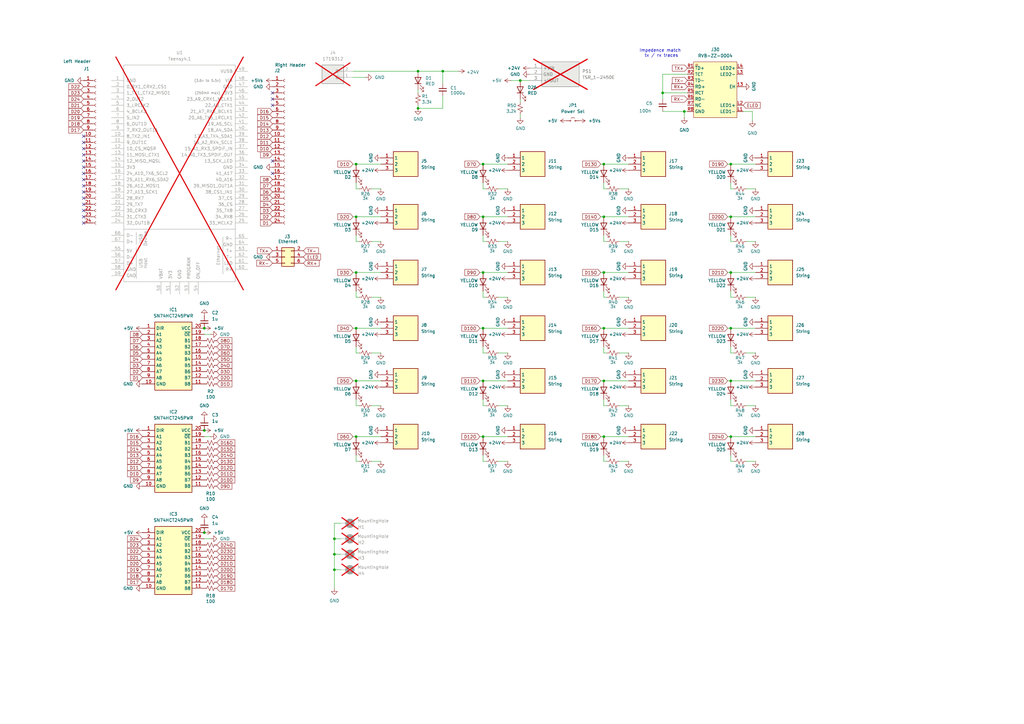
<source format=kicad_sch>
(kicad_sch (version 20231120) (generator "eeschema") (generator_version "8.0")
  (paper "A3")
  (junction (at 171.45 29.21))
  (junction (at 198.12 134.62))
  (junction (at 146.05 179.07))
  (junction (at 146.05 67.31))
  (junction (at 299.72 88.9))
  (junction (at 198.12 67.31))
  (junction (at 198.12 88.9))
  (junction (at 299.72 67.31))
  (junction (at 247.65 134.62))
  (junction (at 171.45 44.45))
  (junction (at 83.82 218.44))
  (junction (at 146.05 134.62))
  (junction (at 299.72 134.62))
  (junction (at 271.78 38.1))
  (junction (at 146.05 111.76))
  (junction (at 198.12 179.07))
  (junction (at 299.72 111.76))
  (junction (at 198.12 156.21))
  (junction (at 181.61 29.21))
  (junction (at 83.82 176.53))
  (junction (at 247.65 88.9))
  (junction (at 146.05 88.9))
  (junction (at 299.72 179.07))
  (junction (at 247.65 156.21))
  (junction (at 247.65 179.07))
  (junction (at 280.67 45.72))
  (junction (at 247.65 111.76))
  (junction (at 137.16 227.33))
  (junction (at 198.12 111.76))
  (junction (at 137.16 220.98))
  (junction (at 213.36 33.02))
  (junction (at 299.72 156.21))
  (junction (at 137.16 233.68))
  (junction (at 146.05 156.21))
  (junction (at 83.82 134.62))
  (junction (at 247.65 67.31))
  (no_connect (at 34.29 91.44))
  (no_connect (at 34.29 88.9))
  (no_connect (at 111.76 40.64))
  (no_connect (at 111.76 38.1))
  (no_connect (at 34.29 55.88))
  (no_connect (at 111.76 71.12))
  (no_connect (at 34.29 83.82))
  (no_connect (at 34.29 73.66))
  (no_connect (at 34.29 68.58))
  (no_connect (at 111.76 66.04))
  (no_connect (at 111.76 43.18))
  (no_connect (at 34.29 71.12))
  (no_connect (at 34.29 58.42))
  (no_connect (at 34.29 86.36))
  (no_connect (at 34.29 63.5))
  (no_connect (at 34.29 60.96))
  (no_connect (at 34.29 76.2))
  (no_connect (at 34.29 78.74))
  (no_connect (at 34.29 81.28))
  (no_connect (at 34.29 66.04))
  (wire (pts (xy 144.78 88.9) (xy 146.05 88.9)))
  (wire (pts (xy 198.12 166.37) (xy 199.39 166.37)))
  (wire (pts (xy 171.45 29.21) (xy 181.61 29.21)))
  (wire (pts (xy 299.72 189.23) (xy 300.99 189.23)))
  (wire (pts (xy 144.78 156.21) (xy 146.05 156.21)))
  (wire (pts (xy 146.05 179.07) (xy 156.21 179.07)))
  (wire (pts (xy 139.7 214.63) (xy 137.16 214.63)))
  (wire (pts (xy 198.12 74.93) (xy 198.12 77.47)))
  (wire (pts (xy 299.72 179.07) (xy 309.88 179.07)))
  (wire (pts (xy 137.16 233.68) (xy 139.7 233.68)))
  (wire (pts (xy 137.16 227.33) (xy 139.7 227.33)))
  (wire (pts (xy 299.72 111.76) (xy 309.88 111.76)))
  (wire (pts (xy 152.4 121.92) (xy 156.21 121.92)))
  (wire (pts (xy 306.07 99.06) (xy 309.88 99.06)))
  (wire (pts (xy 299.72 134.62) (xy 309.88 134.62)))
  (wire (pts (xy 144.78 31.75) (xy 149.86 31.75)))
  (wire (pts (xy 247.65 121.92) (xy 248.92 121.92)))
  (wire (pts (xy 196.85 67.31) (xy 198.12 67.31)))
  (wire (pts (xy 246.38 88.9) (xy 247.65 88.9)))
  (wire (pts (xy 299.72 142.24) (xy 299.72 144.78)))
  (wire (pts (xy 299.72 99.06) (xy 300.99 99.06)))
  (wire (pts (xy 146.05 189.23) (xy 147.32 189.23)))
  (wire (pts (xy 137.16 220.98) (xy 139.7 220.98)))
  (wire (pts (xy 204.47 121.92) (xy 208.28 121.92)))
  (wire (pts (xy 247.65 96.52) (xy 247.65 99.06)))
  (wire (pts (xy 247.65 179.07) (xy 257.81 179.07)))
  (wire (pts (xy 247.65 74.93) (xy 247.65 77.47)))
  (wire (pts (xy 247.65 166.37) (xy 248.92 166.37)))
  (wire (pts (xy 299.72 77.47) (xy 300.99 77.47)))
  (wire (pts (xy 246.38 156.21) (xy 247.65 156.21)))
  (wire (pts (xy 298.45 88.9) (xy 299.72 88.9)))
  (wire (pts (xy 198.12 163.83) (xy 198.12 166.37)))
  (wire (pts (xy 146.05 144.78) (xy 147.32 144.78)))
  (wire (pts (xy 146.05 186.69) (xy 146.05 189.23)))
  (wire (pts (xy 298.45 111.76) (xy 299.72 111.76)))
  (wire (pts (xy 280.67 45.72) (xy 280.67 48.26)))
  (wire (pts (xy 146.05 156.21) (xy 156.21 156.21)))
  (wire (pts (xy 213.36 33.02) (xy 217.17 33.02)))
  (wire (pts (xy 298.45 67.31) (xy 299.72 67.31)))
  (wire (pts (xy 204.47 166.37) (xy 208.28 166.37)))
  (wire (pts (xy 146.05 111.76) (xy 156.21 111.76)))
  (wire (pts (xy 271.78 30.48) (xy 271.78 38.1)))
  (wire (pts (xy 198.12 121.92) (xy 199.39 121.92)))
  (wire (pts (xy 213.36 46.99) (xy 213.36 48.26)))
  (wire (pts (xy 146.05 74.93) (xy 146.05 77.47)))
  (wire (pts (xy 247.65 67.31) (xy 257.81 67.31)))
  (wire (pts (xy 299.72 186.69) (xy 299.72 189.23)))
  (wire (pts (xy 198.12 119.38) (xy 198.12 121.92)))
  (wire (pts (xy 196.85 179.07) (xy 198.12 179.07)))
  (wire (pts (xy 198.12 77.47) (xy 199.39 77.47)))
  (wire (pts (xy 246.38 179.07) (xy 247.65 179.07)))
  (wire (pts (xy 281.94 45.72) (xy 280.67 45.72)))
  (wire (pts (xy 299.72 156.21) (xy 309.88 156.21)))
  (wire (pts (xy 247.65 163.83) (xy 247.65 166.37)))
  (wire (pts (xy 299.72 74.93) (xy 299.72 77.47)))
  (wire (pts (xy 247.65 119.38) (xy 247.65 121.92)))
  (wire (pts (xy 86.36 179.07) (xy 83.82 179.07)))
  (wire (pts (xy 209.55 33.02) (xy 213.36 33.02)))
  (wire (pts (xy 246.38 67.31) (xy 247.65 67.31)))
  (wire (pts (xy 298.45 134.62) (xy 299.72 134.62)))
  (wire (pts (xy 146.05 119.38) (xy 146.05 121.92)))
  (wire (pts (xy 306.07 144.78) (xy 309.88 144.78)))
  (wire (pts (xy 299.72 119.38) (xy 299.72 121.92)))
  (wire (pts (xy 146.05 67.31) (xy 156.21 67.31)))
  (wire (pts (xy 144.78 134.62) (xy 146.05 134.62)))
  (wire (pts (xy 247.65 77.47) (xy 248.92 77.47)))
  (wire (pts (xy 146.05 99.06) (xy 147.32 99.06)))
  (wire (pts (xy 137.16 214.63) (xy 137.16 220.98)))
  (wire (pts (xy 146.05 142.24) (xy 146.05 144.78)))
  (wire (pts (xy 299.72 166.37) (xy 300.99 166.37)))
  (wire (pts (xy 198.12 99.06) (xy 199.39 99.06)))
  (wire (pts (xy 299.72 96.52) (xy 299.72 99.06)))
  (wire (pts (xy 196.85 88.9) (xy 198.12 88.9)))
  (wire (pts (xy 146.05 88.9) (xy 156.21 88.9)))
  (wire (pts (xy 146.05 166.37) (xy 147.32 166.37)))
  (wire (pts (xy 299.72 144.78) (xy 300.99 144.78)))
  (wire (pts (xy 246.38 134.62) (xy 247.65 134.62)))
  (wire (pts (xy 254 99.06) (xy 257.81 99.06)))
  (wire (pts (xy 254 121.92) (xy 257.81 121.92)))
  (wire (pts (xy 204.47 77.47) (xy 208.28 77.47)))
  (wire (pts (xy 247.65 186.69) (xy 247.65 189.23)))
  (wire (pts (xy 152.4 166.37) (xy 156.21 166.37)))
  (wire (pts (xy 86.36 137.16) (xy 83.82 137.16)))
  (wire (pts (xy 247.65 189.23) (xy 248.92 189.23)))
  (wire (pts (xy 137.16 227.33) (xy 137.16 233.68)))
  (wire (pts (xy 198.12 144.78) (xy 199.39 144.78)))
  (wire (pts (xy 196.85 156.21) (xy 198.12 156.21)))
  (wire (pts (xy 247.65 134.62) (xy 257.81 134.62)))
  (wire (pts (xy 299.72 121.92) (xy 300.99 121.92)))
  (wire (pts (xy 247.65 111.76) (xy 257.81 111.76)))
  (wire (pts (xy 281.94 30.48) (xy 271.78 30.48)))
  (wire (pts (xy 144.78 179.07) (xy 146.05 179.07)))
  (wire (pts (xy 281.94 38.1) (xy 271.78 38.1)))
  (wire (pts (xy 181.61 34.29) (xy 181.61 29.21)))
  (wire (pts (xy 299.72 163.83) (xy 299.72 166.37)))
  (wire (pts (xy 247.65 142.24) (xy 247.65 144.78)))
  (wire (pts (xy 298.45 156.21) (xy 299.72 156.21)))
  (wire (pts (xy 247.65 99.06) (xy 248.92 99.06)))
  (wire (pts (xy 306.07 166.37) (xy 309.88 166.37)))
  (wire (pts (xy 137.16 220.98) (xy 137.16 227.33)))
  (wire (pts (xy 144.78 111.76) (xy 146.05 111.76)))
  (wire (pts (xy 198.12 189.23) (xy 199.39 189.23)))
  (wire (pts (xy 213.36 40.64) (xy 213.36 41.91)))
  (wire (pts (xy 171.45 44.45) (xy 181.61 44.45)))
  (wire (pts (xy 181.61 29.21) (xy 187.96 29.21)))
  (wire (pts (xy 152.4 99.06) (xy 156.21 99.06)))
  (wire (pts (xy 146.05 134.62) (xy 156.21 134.62)))
  (wire (pts (xy 247.65 88.9) (xy 257.81 88.9)))
  (wire (pts (xy 306.07 189.23) (xy 309.88 189.23)))
  (wire (pts (xy 299.72 67.31) (xy 309.88 67.31)))
  (wire (pts (xy 198.12 156.21) (xy 208.28 156.21)))
  (wire (pts (xy 254 144.78) (xy 257.81 144.78)))
  (wire (pts (xy 198.12 88.9) (xy 208.28 88.9)))
  (wire (pts (xy 271.78 45.72) (xy 280.67 45.72)))
  (wire (pts (xy 254 166.37) (xy 257.81 166.37)))
  (wire (pts (xy 198.12 96.52) (xy 198.12 99.06)))
  (wire (pts (xy 181.61 44.45) (xy 181.61 39.37)))
  (wire (pts (xy 298.45 179.07) (xy 299.72 179.07)))
  (wire (pts (xy 254 77.47) (xy 257.81 77.47)))
  (wire (pts (xy 86.36 220.98) (xy 83.82 220.98)))
  (wire (pts (xy 306.07 77.47) (xy 309.88 77.47)))
  (wire (pts (xy 146.05 77.47) (xy 147.32 77.47)))
  (wire (pts (xy 247.65 144.78) (xy 248.92 144.78)))
  (wire (pts (xy 171.45 43.18) (xy 171.45 44.45)))
  (wire (pts (xy 196.85 134.62) (xy 198.12 134.62)))
  (wire (pts (xy 198.12 179.07) (xy 208.28 179.07)))
  (wire (pts (xy 144.78 67.31) (xy 146.05 67.31)))
  (wire (pts (xy 146.05 96.52) (xy 146.05 99.06)))
  (wire (pts (xy 246.38 111.76) (xy 247.65 111.76)))
  (wire (pts (xy 144.78 29.21) (xy 171.45 29.21)))
  (wire (pts (xy 299.72 88.9) (xy 309.88 88.9)))
  (wire (pts (xy 146.05 121.92) (xy 147.32 121.92)))
  (wire (pts (xy 204.47 144.78) (xy 208.28 144.78)))
  (wire (pts (xy 198.12 134.62) (xy 208.28 134.62)))
  (wire (pts (xy 137.16 233.68) (xy 137.16 241.3)))
  (wire (pts (xy 152.4 77.47) (xy 156.21 77.47)))
  (wire (pts (xy 304.8 45.72) (xy 308.61 45.72)))
  (wire (pts (xy 198.12 186.69) (xy 198.12 189.23)))
  (wire (pts (xy 204.47 189.23) (xy 208.28 189.23)))
  (wire (pts (xy 152.4 144.78) (xy 156.21 144.78)))
  (wire (pts (xy 196.85 111.76) (xy 198.12 111.76)))
  (wire (pts (xy 271.78 38.1) (xy 271.78 40.64)))
  (wire (pts (xy 146.05 163.83) (xy 146.05 166.37)))
  (wire (pts (xy 171.45 36.83) (xy 171.45 38.1)))
  (wire (pts (xy 247.65 156.21) (xy 257.81 156.21)))
  (wire (pts (xy 308.61 45.72) (xy 308.61 49.53)))
  (wire (pts (xy 198.12 67.31) (xy 208.28 67.31)))
  (wire (pts (xy 198.12 142.24) (xy 198.12 144.78)))
  (wire (pts (xy 152.4 189.23) (xy 156.21 189.23)))
  (wire (pts (xy 306.07 121.92) (xy 309.88 121.92)))
  (wire (pts (xy 204.47 99.06) (xy 208.28 99.06)))
  (wire (pts (xy 254 189.23) (xy 257.81 189.23)))
  (wire (pts (xy 198.12 111.76) (xy 208.28 111.76)))
  (text "Impedence match \ntx / rx traces" (at 271.272 21.844 0) (effects (font (size 1.27 1.27))))
  (global_label "D10O" (shape input) (at 88.9 196.85 0) (property "Intersheetrefs" "${INTERSHEET_REFS}" (effects (hide yes))))
  (global_label "D5O" (shape input) (at 88.9 147.32 0) (property "Intersheetrefs" "${INTERSHEET_REFS}" (effects (hide yes))))
  (global_label "D11" (shape input) (at 111.76 58.42 180) (property "Intersheetrefs" "${INTERSHEET_REFS}" (effects (hide yes))))
  (global_label "D17" (shape input) (at 34.29 53.34 180) (property "Intersheetrefs" "${INTERSHEET_REFS}" (effects (hide yes))))
  (global_label "D14O" (shape input) (at 88.9 186.69 0) (property "Intersheetrefs" "${INTERSHEET_REFS}" (effects (hide yes))))
  (global_label "TX-" (shape input) (at 281.94 33.02 180) (property "Intersheetrefs" "${INTERSHEET_REFS}" (effects (hide yes))))
  (global_label "D8O" (shape input) (at 196.85 88.9 180) (property "Intersheetrefs" "${INTERSHEET_REFS}" (effects (hide yes))))
  (global_label "D7O" (shape input) (at 196.85 67.31 180) (property "Intersheetrefs" "${INTERSHEET_REFS}" (effects (hide yes))))
  (global_label "D14O" (shape input) (at 246.38 88.9 180) (property "Intersheetrefs" "${INTERSHEET_REFS}" (effects (hide yes))))
  (global_label "D21" (shape input) (at 34.29 43.18 180) (property "Intersheetrefs" "${INTERSHEET_REFS}" (effects (hide yes))))
  (global_label "D6O" (shape input) (at 144.78 179.07 180) (property "Intersheetrefs" "${INTERSHEET_REFS}" (effects (hide yes))))
  (global_label "D4" (shape input) (at 111.76 83.82 180) (property "Intersheetrefs" "${INTERSHEET_REFS}" (effects (hide yes))))
  (global_label "D9" (shape input) (at 58.42 196.85 180) (property "Intersheetrefs" "${INTERSHEET_REFS}" (effects (hide yes))))
  (global_label "D7" (shape input) (at 111.76 76.2 180) (property "Intersheetrefs" "${INTERSHEET_REFS}" (effects (hide yes))))
  (global_label "ELED" (shape input) (at 124.46 105.41 0) (property "Intersheetrefs" "${INTERSHEET_REFS}" (effects (hide yes))))
  (global_label "D23O" (shape input) (at 298.45 156.21 180) (property "Intersheetrefs" "${INTERSHEET_REFS}" (effects (hide yes))))
  (global_label "D12O" (shape input) (at 196.85 179.07 180) (property "Intersheetrefs" "${INTERSHEET_REFS}" (effects (hide yes))))
  (global_label "D2O" (shape input) (at 144.78 88.9 180) (property "Intersheetrefs" "${INTERSHEET_REFS}" (effects (hide yes))))
  (global_label "D22" (shape input) (at 34.29 35.56 180) (property "Intersheetrefs" "${INTERSHEET_REFS}" (effects (hide yes))))
  (global_label "D16" (shape input) (at 58.42 179.07 180) (property "Intersheetrefs" "${INTERSHEET_REFS}" (effects (hide yes))))
  (global_label "D11O" (shape input) (at 196.85 156.21 180) (property "Intersheetrefs" "${INTERSHEET_REFS}" (effects (hide yes))))
  (global_label "D21O" (shape input) (at 298.45 111.76 180) (property "Intersheetrefs" "${INTERSHEET_REFS}" (effects (hide yes))))
  (global_label "D19O" (shape input) (at 88.9 236.22 0) (property "Intersheetrefs" "${INTERSHEET_REFS}" (effects (hide yes))))
  (global_label "D9O" (shape input) (at 196.85 111.76 180) (property "Intersheetrefs" "${INTERSHEET_REFS}" (effects (hide yes))))
  (global_label "D23" (shape input) (at 58.42 223.52 180) (property "Intersheetrefs" "${INTERSHEET_REFS}" (effects (hide yes))))
  (global_label "RX-" (shape input) (at 281.94 40.64 180) (property "Intersheetrefs" "${INTERSHEET_REFS}" (effects (hide yes))))
  (global_label "D13O" (shape input) (at 88.9 189.23 0) (property "Intersheetrefs" "${INTERSHEET_REFS}" (effects (hide yes))))
  (global_label "D3" (shape input) (at 111.76 86.36 180) (property "Intersheetrefs" "${INTERSHEET_REFS}" (effects (hide yes))))
  (global_label "D16O" (shape input) (at 246.38 134.62 180) (property "Intersheetrefs" "${INTERSHEET_REFS}" (effects (hide yes))))
  (global_label "D24O" (shape input) (at 88.9 223.52 0) (property "Intersheetrefs" "${INTERSHEET_REFS}" (effects (hide yes))))
  (global_label "D18" (shape input) (at 34.29 50.8 180) (property "Intersheetrefs" "${INTERSHEET_REFS}" (effects (hide yes))))
  (global_label "D16" (shape input) (at 111.76 45.72 180) (property "Intersheetrefs" "${INTERSHEET_REFS}" (effects (hide yes))))
  (global_label "TX+" (shape input) (at 111.76 102.87 180) (property "Intersheetrefs" "${INTERSHEET_REFS}" (effects (hide yes))))
  (global_label "D14" (shape input) (at 111.76 50.8 180) (property "Intersheetrefs" "${INTERSHEET_REFS}" (effects (hide yes))))
  (global_label "D2" (shape input) (at 58.42 152.4 180) (property "Intersheetrefs" "${INTERSHEET_REFS}" (effects (hide yes))))
  (global_label "D17O" (shape input) (at 88.9 241.3 0) (property "Intersheetrefs" "${INTERSHEET_REFS}" (effects (hide yes))))
  (global_label "TX-" (shape input) (at 124.46 102.87 0) (property "Intersheetrefs" "${INTERSHEET_REFS}" (effects (hide yes))))
  (global_label "D20" (shape input) (at 34.29 45.72 180) (property "Intersheetrefs" "${INTERSHEET_REFS}" (effects (hide yes))))
  (global_label "D1O" (shape input) (at 144.78 67.31 180) (property "Intersheetrefs" "${INTERSHEET_REFS}" (effects (hide yes))))
  (global_label "D10" (shape input) (at 111.76 60.96 180) (property "Intersheetrefs" "${INTERSHEET_REFS}" (effects (hide yes))))
  (global_label "D8O" (shape input) (at 88.9 139.7 0) (property "Intersheetrefs" "${INTERSHEET_REFS}" (effects (hide yes))))
  (global_label "TX+" (shape input) (at 281.94 27.94 180) (property "Intersheetrefs" "${INTERSHEET_REFS}" (effects (hide yes))))
  (global_label "D7" (shape input) (at 58.42 139.7 180) (property "Intersheetrefs" "${INTERSHEET_REFS}" (effects (hide yes))))
  (global_label "D20O" (shape input) (at 88.9 233.68 0) (property "Intersheetrefs" "${INTERSHEET_REFS}" (effects (hide yes))))
  (global_label "D5O" (shape input) (at 144.78 156.21 180) (property "Intersheetrefs" "${INTERSHEET_REFS}" (effects (hide yes))))
  (global_label "D2O" (shape input) (at 88.9 154.94 0) (property "Intersheetrefs" "${INTERSHEET_REFS}" (effects (hide yes))))
  (global_label "D12O" (shape input) (at 88.9 191.77 0) (property "Intersheetrefs" "${INTERSHEET_REFS}" (effects (hide yes))))
  (global_label "D12" (shape input) (at 111.76 55.88 180) (property "Intersheetrefs" "${INTERSHEET_REFS}" (effects (hide yes))))
  (global_label "D24" (shape input) (at 34.29 40.64 180) (property "Intersheetrefs" "${INTERSHEET_REFS}" (effects (hide yes))))
  (global_label "D19O" (shape input) (at 298.45 67.31 180) (property "Intersheetrefs" "${INTERSHEET_REFS}" (effects (hide yes))))
  (global_label "D10" (shape input) (at 58.42 194.31 180) (property "Intersheetrefs" "${INTERSHEET_REFS}" (effects (hide yes))))
  (global_label "D19" (shape input) (at 34.29 48.26 180) (property "Intersheetrefs" "${INTERSHEET_REFS}" (effects (hide yes))))
  (global_label "D17O" (shape input) (at 246.38 156.21 180) (property "Intersheetrefs" "${INTERSHEET_REFS}" (effects (hide yes))))
  (global_label "ELED" (shape input) (at 304.8 43.18 0) (property "Intersheetrefs" "${INTERSHEET_REFS}" (effects (hide yes))))
  (global_label "D12" (shape input) (at 58.42 189.23 180) (property "Intersheetrefs" "${INTERSHEET_REFS}" (effects (hide yes))))
  (global_label "D5" (shape input) (at 111.76 81.28 180) (property "Intersheetrefs" "${INTERSHEET_REFS}" (effects (hide yes))))
  (global_label "D1O" (shape input) (at 88.9 157.48 0) (property "Intersheetrefs" "${INTERSHEET_REFS}" (effects (hide yes))))
  (global_label "D2" (shape input) (at 111.76 88.9 180) (property "Intersheetrefs" "${INTERSHEET_REFS}" (effects (hide yes))))
  (global_label "RX+" (shape input) (at 124.46 107.95 0) (property "Intersheetrefs" "${INTERSHEET_REFS}" (effects (hide yes))))
  (global_label "D4O" (shape input) (at 144.78 134.62 180) (property "Intersheetrefs" "${INTERSHEET_REFS}" (effects (hide yes))))
  (global_label "D15O" (shape input) (at 88.9 184.15 0) (property "Intersheetrefs" "${INTERSHEET_REFS}" (effects (hide yes))))
  (global_label "D7O" (shape input) (at 88.9 142.24 0) (property "Intersheetrefs" "${INTERSHEET_REFS}" (effects (hide yes))))
  (global_label "D11" (shape input) (at 58.42 191.77 180) (property "Intersheetrefs" "${INTERSHEET_REFS}" (effects (hide yes))))
  (global_label "D13" (shape input) (at 111.76 53.34 180) (property "Intersheetrefs" "${INTERSHEET_REFS}" (effects (hide yes))))
  (global_label "D20" (shape input) (at 58.42 231.14 180) (property "Intersheetrefs" "${INTERSHEET_REFS}" (effects (hide yes))))
  (global_label "D18" (shape input) (at 58.42 236.22 180) (property "Intersheetrefs" "${INTERSHEET_REFS}" (effects (hide yes))))
  (global_label "D1" (shape input) (at 58.42 154.94 180) (property "Intersheetrefs" "${INTERSHEET_REFS}" (effects (hide yes))))
  (global_label "D6" (shape input) (at 58.42 142.24 180) (property "Intersheetrefs" "${INTERSHEET_REFS}" (effects (hide yes))))
  (global_label "D13" (shape input) (at 58.42 186.69 180) (property "Intersheetrefs" "${INTERSHEET_REFS}" (effects (hide yes))))
  (global_label "D8" (shape input) (at 111.76 73.66 180) (property "Intersheetrefs" "${INTERSHEET_REFS}" (effects (hide yes))))
  (global_label "D3O" (shape input) (at 88.9 152.4 0) (property "Intersheetrefs" "${INTERSHEET_REFS}" (effects (hide yes))))
  (global_label "D4" (shape input) (at 58.42 147.32 180) (property "Intersheetrefs" "${INTERSHEET_REFS}" (effects (hide yes))))
  (global_label "D24O" (shape input) (at 298.45 179.07 180) (property "Intersheetrefs" "${INTERSHEET_REFS}" (effects (hide yes))))
  (global_label "D3" (shape input) (at 58.42 149.86 180) (property "Intersheetrefs" "${INTERSHEET_REFS}" (effects (hide yes))))
  (global_label "D15O" (shape input) (at 246.38 111.76 180) (property "Intersheetrefs" "${INTERSHEET_REFS}" (effects (hide yes))))
  (global_label "D9" (shape input) (at 111.76 63.5 180) (property "Intersheetrefs" "${INTERSHEET_REFS}" (effects (hide yes))))
  (global_label "D22O" (shape input) (at 88.9 228.6 0) (property "Intersheetrefs" "${INTERSHEET_REFS}" (effects (hide yes))))
  (global_label "D23" (shape input) (at 34.29 38.1 180) (property "Intersheetrefs" "${INTERSHEET_REFS}" (effects (hide yes))))
  (global_label "RX-" (shape input) (at 111.76 107.95 180) (property "Intersheetrefs" "${INTERSHEET_REFS}" (effects (hide yes))))
  (global_label "D1" (shape input) (at 111.76 91.44 180) (property "Intersheetrefs" "${INTERSHEET_REFS}" (effects (hide yes))))
  (global_label "D20O" (shape input) (at 298.45 88.9 180) (property "Intersheetrefs" "${INTERSHEET_REFS}" (effects (hide yes))))
  (global_label "D3O" (shape input) (at 144.78 111.76 180) (property "Intersheetrefs" "${INTERSHEET_REFS}" (effects (hide yes))))
  (global_label "D13O" (shape input) (at 246.38 67.31 180) (property "Intersheetrefs" "${INTERSHEET_REFS}" (effects (hide yes))))
  (global_label "D9O" (shape input) (at 88.9 199.39 0) (property "Intersheetrefs" "${INTERSHEET_REFS}" (effects (hide yes))))
  (global_label "D19" (shape input) (at 58.42 233.68 180) (property "Intersheetrefs" "${INTERSHEET_REFS}" (effects (hide yes))))
  (global_label "D8" (shape input) (at 58.42 137.16 180) (property "Intersheetrefs" "${INTERSHEET_REFS}" (effects (hide yes))))
  (global_label "D15" (shape input) (at 58.42 181.61 180) (property "Intersheetrefs" "${INTERSHEET_REFS}" (effects (hide yes))))
  (global_label "D18O" (shape input) (at 246.38 179.07 180) (property "Intersheetrefs" "${INTERSHEET_REFS}" (effects (hide yes))))
  (global_label "D23O" (shape input) (at 88.9 226.06 0) (property "Intersheetrefs" "${INTERSHEET_REFS}" (effects (hide yes))))
  (global_label "D6" (shape input) (at 111.76 78.74 180) (property "Intersheetrefs" "${INTERSHEET_REFS}" (effects (hide yes))))
  (global_label "D18O" (shape input) (at 88.9 238.76 0) (property "Intersheetrefs" "${INTERSHEET_REFS}" (effects (hide yes))))
  (global_label "D14" (shape input) (at 58.42 184.15 180) (property "Intersheetrefs" "${INTERSHEET_REFS}" (effects (hide yes))))
  (global_label "D21" (shape input) (at 58.42 228.6 180) (property "Intersheetrefs" "${INTERSHEET_REFS}" (effects (hide yes))))
  (global_label "D4O" (shape input) (at 88.9 149.86 0) (property "Intersheetrefs" "${INTERSHEET_REFS}" (effects (hide yes))))
  (global_label "D22" (shape input) (at 58.42 226.06 180) (property "Intersheetrefs" "${INTERSHEET_REFS}" (effects (hide yes))))
  (global_label "D5" (shape input) (at 58.42 144.78 180) (property "Intersheetrefs" "${INTERSHEET_REFS}" (effects (hide yes))))
  (global_label "D15" (shape input) (at 111.76 48.26 180) (property "Intersheetrefs" "${INTERSHEET_REFS}" (effects (hide yes))))
  (global_label "D11O" (shape input) (at 88.9 194.31 0) (property "Intersheetrefs" "${INTERSHEET_REFS}" (effects (hide yes))))
  (global_label "D17" (shape input) (at 58.42 238.76 180) (property "Intersheetrefs" "${INTERSHEET_REFS}" (effects (hide yes))))
  (global_label "RX+" (shape input) (at 281.94 35.56 180) (property "Intersheetrefs" "${INTERSHEET_REFS}" (effects (hide yes))))
  (global_label "D16O" (shape input) (at 88.9 181.61 0) (property "Intersheetrefs" "${INTERSHEET_REFS}" (effects (hide yes))))
  (global_label "D10O" (shape input) (at 196.85 134.62 180) (property "Intersheetrefs" "${INTERSHEET_REFS}" (effects (hide yes))))
  (global_label "D22O" (shape input) (at 298.45 134.62 180) (property "Intersheetrefs" "${INTERSHEET_REFS}" (effects (hide yes))))
  (global_label "D6O" (shape input) (at 88.9 144.78 0) (property "Intersheetrefs" "${INTERSHEET_REFS}" (effects (hide yes))))
  (global_label "D21O" (shape input) (at 88.9 231.14 0) (property "Intersheetrefs" "${INTERSHEET_REFS}" (effects (hide yes))))
  (global_label "D24" (shape input) (at 58.42 220.98 180) (property "Intersheetrefs" "${INTERSHEET_REFS}" (effects (hide yes))))
  (symbol (lib_id "power:GND") (at 309.88 153.67 270) (unit 1)
    (property "Reference" "#PWR097" (effects (hide yes)))
    (property "Value" "GND" (at 305.816 155.702 0) (effects (justify right)))
    (property "Description" "Power symbol creates a global label with name \"GND\" , ground" (effects (hide yes)))
  )
  (symbol (lib_id "Device:R_Small_US") (at 251.46 189.23 90) (unit 1)
    (property "Reference" "R43" (at 251.46 191.262 90))
    (property "Value" "3k" (at 251.46 193.04 90))
    (property "Footprint" "Resistor_SMD:R_0603_1608Metric_Pad0.98x0.95mm_HandSolder" (effects (hide yes)))
    (property "Description" "Resistor, small US symbol" (effects (hide yes)))
    (property "LCSC Part #" "C844780" (effects (hide yes)))
  )
  (symbol (lib_id "power:GND") (at 111.76 68.58 270) (unit 1)
    (property "Reference" "#PWR012" (effects (hide yes)))
    (property "Value" "GND" (at 107.95 68.5799 90) (effects (justify right)))
    (property "Description" "Power symbol creates a global label with name \"GND\" , ground" (effects (hide yes)))
  )
  (symbol (lib_id "Device:LED") (at 299.72 182.88 90) (unit 1)
    (property "Reference" "D25" (at 297.688 184.404 90) (effects (justify left)))
    (property "Value" "YELLOW" (at 297.688 182.372 90) (effects (justify left)))
    (property "Footprint" "LED_SMD:LED_0603_1608Metric_Pad1.05x0.95mm_HandSolder" (effects (hide yes)))
    (property "Description" "Light emitting diode" (effects (hide yes)))
    (property "LCSC Part #" "C72038" (effects (hide yes)))
  )
  (symbol (lib_id "Device:LED") (at 247.65 138.43 90) (unit 1)
    (property "Reference" "D17" (at 245.618 139.954 90) (effects (justify left)))
    (property "Value" "YELLOW" (at 245.618 137.922 90) (effects (justify left)))
    (property "Footprint" "LED_SMD:LED_0603_1608Metric_Pad1.05x0.95mm_HandSolder" (effects (hide yes)))
    (property "Description" "Light emitting diode" (effects (hide yes)))
    (property "LCSC Part #" "C72038" (effects (hide yes)))
  )
  (symbol (lib_id "power:GND") (at 83.82 171.45 180) (unit 1)
    (property "Reference" "#PWR013" (effects (hide yes)))
    (property "Value" "GND" (at 83.82 166.37 0))
    (property "Description" "Power symbol creates a global label with name \"GND\" , ground" (effects (hide yes)))
  )
  (symbol (lib_id "power:+24V") (at 208.28 158.75 90) (unit 1)
    (property "Reference" "#PWR062" (effects (hide yes)))
    (property "Value" "+24V" (at 205.486 158.75 90) (effects (justify left)))
    (property "Description" "Power symbol creates a global label with name \"+24V\"" (effects (hide yes)))
  )
  (symbol (lib_id "power:GND") (at 309.88 144.78 0) (unit 1)
    (property "Reference" "#PWR096" (effects (hide yes)))
    (property "Value" "GND" (at 311.912 148.844 0) (effects (justify right)))
    (property "Description" "Power symbol creates a global label with name \"GND\" , ground" (effects (hide yes)))
  )
  (symbol (lib_id "power:GND") (at 137.16 241.3 0) (unit 1)
    (property "Reference" "#PWR018" (effects (hide yes)))
    (property "Value" "GND" (at 137.16 246.38 0))
    (property "Description" "Power symbol creates a global label with name \"GND\" , ground" (effects (hide yes)))
  )
  (symbol (lib_id "Device:LED") (at 146.05 138.43 90) (unit 1)
    (property "Reference" "D5" (at 144.018 139.954 90) (effects (justify left)))
    (property "Value" "YELLOW" (at 144.018 137.922 90) (effects (justify left)))
    (property "Footprint" "LED_SMD:LED_0603_1608Metric_Pad1.05x0.95mm_HandSolder" (effects (hide yes)))
    (property "Description" "Light emitting diode" (effects (hide yes)))
    (property "LCSC Part #" "C72038" (effects (hide yes)))
  )
  (symbol (lib_id "Device:R_Small_US") (at 86.36 196.85 90) (unit 1)
    (property "Reference" "R11" (effects (hide yes)))
    (property "Value" "100" (effects (hide yes)))
    (property "Footprint" "Resistor_SMD:R_0402_1005Metric_Pad0.72x0.64mm_HandSolder" (effects (hide yes)))
    (property "Description" "Resistor, small US symbol" (effects (hide yes)))
    (property "LCSC Part #" "C144045" (effects (hide yes)))
  )
  (symbol (lib_id "Device:R_Small_US") (at 86.36 194.31 90) (unit 1)
    (property "Reference" "R12" (effects (hide yes)))
    (property "Value" "100" (effects (hide yes)))
    (property "Footprint" "Resistor_SMD:R_0402_1005Metric_Pad0.72x0.64mm_HandSolder" (effects (hide yes)))
    (property "Description" "Resistor, small US symbol" (effects (hide yes)))
    (property "LCSC Part #" "C144045" (effects (hide yes)))
  )
  (symbol (lib_id "Device:R_Small_US") (at 86.36 139.7 90) (unit 1)
    (property "Reference" "R9" (effects (hide yes)))
    (property "Value" "100" (effects (hide yes)))
    (property "Footprint" "Resistor_SMD:R_0402_1005Metric_Pad0.72x0.64mm_HandSolder" (effects (hide yes)))
    (property "Description" "Resistor, small US symbol" (effects (hide yes)))
    (property "LCSC Part #" "C144045" (effects (hide yes)))
  )
  (symbol (lib_id "power:GND") (at 309.88 132.08 270) (unit 1)
    (property "Reference" "#PWR094" (effects (hide yes)))
    (property "Value" "GND" (at 305.816 134.112 0) (effects (justify right)))
    (property "Description" "Power symbol creates a global label with name \"GND\" , ground" (effects (hide yes)))
  )
  (symbol (lib_id "Device:R_Small_US") (at 149.86 144.78 90) (unit 1)
    (property "Reference" "R29" (at 149.86 146.812 90))
    (property "Value" "3k" (at 149.86 148.59 90))
    (property "Footprint" "Resistor_SMD:R_0603_1608Metric_Pad0.98x0.95mm_HandSolder" (effects (hide yes)))
    (property "Description" "Resistor, small US symbol" (effects (hide yes)))
    (property "LCSC Part #" "C844780" (effects (hide yes)))
  )
  (symbol (lib_id "1719312:1719312") (at 137.16 31.75 180) (unit 1) (dnp yes)
    (property "Reference" "J4" (at 136.525 21.59 0))
    (property "Value" "1719312" (at 136.525 24.13 0))
    (property "Footprint" "1719312:PHOENIX_1719312" (effects (hide yes)))
    (property "Datasheet" "https://www.phoenixcontact.com/online/portal/us?uri=pxc-oc-itemdetail:pid=1017521&library=usen&tab=1" (effects (hide yes)))
    (property "Description" "PCB terminal block, nominal current: 41 A, rated voltage (III/2): 1000 V, nominal cross section: 4 mm?, Number of potentials: 2, Number of rows: 1, Number of positions per row: 2, product range: TDPT 4/..-SP, pitch: 6.35 mm, connection method: Push-in spring connection, mounting: Wave soldering, conductor/PCB connection direction: 0 ?, color: green, Pin layout: Zigzag pinning W, Solder pin [P]: 3.5 mm, type of packaging: packed in cardboard" (effects (hide yes)))
    (property "Height" "23.6" (effects (hide yes)))
    (property "Mouser Part Number" "651-1017521" (effects (hide yes)))
    (property "Mouser Price/Stock" "https://www.mouser.co.uk/ProductDetail/Phoenix-Contact/1017521?qs=F5EMLAvA7IBBb3TEAcTBBg%3D%3D" (effects (hide yes)))
    (property "Manufacturer_Name" "Phoenix Contact" (effects (hide yes)))
    (property "Manufacturer_Part_Number" "1017521" (effects (hide yes)))
    (property "PARTREV" "17.10.2016" (effects (hide yes)))
    (property "STANDARD" "Manufacturer Recommendations" (effects (hide yes)))
    (property "MAXIMUM_PACKAGE_HEIGHT" "24.35mm" (effects (hide yes)))
    (property "MANUFACTURER" "Phoenix Contact" (effects (hide yes)))
  )
  (symbol (lib_id "SN74HCT245PWR:SN74HCT245PWR") (at 58.42 176.53 0) (unit 1)
    (property "Reference" "IC2" (at 71.12 168.91 0))
    (property "Value" "SN74HCT245PWR" (at 71.12 171.45 0))
    (property "Footprint" "SOP65P640X120-20N" (effects (hide yes)))
    (property "Datasheet" "http://www.ti.com/general/docs/suppproductinfo.tsp?distId=10&gotoUrl=http%3A%2F%2Fwww.ti.com%2Flit%2Fgpn%2Fsn74hct245" (effects (hide yes)))
    (property "Description" "Octal Bus Transceivers With 3-State Outputs" (effects (hide yes)))
    (property "Height" "1.2" (effects (hide yes)))
    (property "Mouser Part Number" "595-SN74HCT245PWR" (effects (hide yes)))
    (property "Mouser Price/Stock" "https://www.mouser.co.uk/ProductDetail/Texas-Instruments/SN74HCT245PWR?qs=pt%2FIv5r0EPdWdXnOChoseA%3D%3D" (effects (hide yes)))
    (property "Manufacturer_Name" "Texas Instruments" (effects (hide yes)))
    (property "Manufacturer_Part_Number" "SN74HCT245PWR" (effects (hide yes)))
    (property "LCSC Part #" "C6779" (effects (hide yes)))
  )
  (symbol (lib_id "284514-3:284514-3") (at 208.28 86.36 0) (unit 1)
    (property "Reference" "J12" (at 224.79 87.6299 0) (effects (justify left)))
    (property "Value" "String" (at 224.79 90.1699 0) (effects (justify left)))
    (property "Footprint" "SHDR3W80P0X350_1X3_1250X725X940P" (effects (hide yes)))
    (property "Datasheet" "https://www.te.com/commerce/DocumentDelivery/DDEController?Action=srchrtrv&DocNm=1-1773458-1_EURO_STYLE_QRG&DocType=Data%20Sheet&DocLang=English&PartCntxt=284514-3&DocFormat=pdf" (effects (hide yes)))
    (property "Description" "Body Features: Primary Product Color Green | Product Orientation Vertical | Configuration Features: Number of Positions 3 | Number of Rows 1 | Contact Features: Contact Base Material Phosphor Bronze | Contact Current Rating (Max) 11 AMP | Contact Mating Area Plating Material Tin | Dimensions: Wire Size 30  14 AWG | Wire Size .05  2 MMSQ | Electrical Characteristics: Operating Voltage 300 VAC | Housing Features: Housing Material PA 66 | Centerline (Pitch) 3.5 MM | Centerline (Pitch) .138 INCH | Mechani" (effects (hide yes)))
    (property "Height" "9.4" (effects (hide yes)))
    (property "Mouser Part Number" "571-284514-3" (effects (hide yes)))
    (property "Mouser Price/Stock" "https://www.mouser.co.uk/ProductDetail/TE-Connectivity/284514-3?qs=woBvfblj%2FzwGS50caoQlYA%3D%3D" (effects (hide yes)))
    (property "Manufacturer_Name" "TE Connectivity" (effects (hide yes)))
    (property "Manufacturer_Part_Number" "284514-3" (effects (hide yes)))
    (property "LCSC Part #" "C7466034" (effects (hide yes)))
  )
  (symbol (lib_id "power:+24V") (at 156.21 91.44 90) (unit 1)
    (property "Reference" "#PWR021" (effects (hide yes)))
    (property "Value" "+24V" (at 153.416 91.44 90) (effects (justify left)))
    (property "Description" "Power symbol creates a global label with name \"+24V\"" (effects (hide yes)))
  )
  (symbol (lib_id "Jumper:Jumper_2_Small_Open") (at 234.95 49.53 0) (unit 1) (exclude_from_sim yes)
    (property "Reference" "JP1" (at 234.95 43.18 0))
    (property "Value" "Power Sel" (at 234.95 45.72 0))
    (property "Footprint" "Connector_PinHeader_2.54mm:PinHeader_1x02_P2.54mm_Vertical" (effects (hide yes)))
    (property "Description" "Jumper, 2-pole, small symbol, open" (effects (hide yes)))
    (property "Part" "https://www.mouser.com/ProductDetail/Molex/22-28-4020?qs=d9fIA1aNikTifpx8PDmVSA%3D%3D&srsltid=AfmBOopTHAdRzecltwBbXKxfEev3eil_DUO0t1bLx9hjiGgJqrOBYE66" (effects (hide yes)))
    (property "Mate" "https://www.mouser.com/ProductDetail/Molex/15-38-1024?qs=zq6ruAkl8B6BGZzC9te9yA%3D%3D&srsltid=AfmBOorDFH8MznNyzFSJgXNiBnciaNyh6GhPB0XVT8rTYsHqmsPyAumL" (effects (hide yes)))
    (property "LCSC Part #" "C3325137" (effects (hide yes)))
  )
  (symbol (lib_id "284514-3:284514-3") (at 208.28 64.77 0) (unit 1)
    (property "Reference" "J11" (at 224.79 66.0399 0) (effects (justify left)))
    (property "Value" "String" (at 224.79 68.5799 0) (effects (justify left)))
    (property "Footprint" "SHDR3W80P0X350_1X3_1250X725X940P" (effects (hide yes)))
    (property "Datasheet" "https://www.te.com/commerce/DocumentDelivery/DDEController?Action=srchrtrv&DocNm=1-1773458-1_EURO_STYLE_QRG&DocType=Data%20Sheet&DocLang=English&PartCntxt=284514-3&DocFormat=pdf" (effects (hide yes)))
    (property "Description" "Body Features: Primary Product Color Green | Product Orientation Vertical | Configuration Features: Number of Positions 3 | Number of Rows 1 | Contact Features: Contact Base Material Phosphor Bronze | Contact Current Rating (Max) 11 AMP | Contact Mating Area Plating Material Tin | Dimensions: Wire Size 30  14 AWG | Wire Size .05  2 MMSQ | Electrical Characteristics: Operating Voltage 300 VAC | Housing Features: Housing Material PA 66 | Centerline (Pitch) 3.5 MM | Centerline (Pitch) .138 INCH | Mechani" (effects (hide yes)))
    (property "Height" "9.4" (effects (hide yes)))
    (property "Mouser Part Number" "571-284514-3" (effects (hide yes)))
    (property "Mouser Price/Stock" "https://www.mouser.co.uk/ProductDetail/TE-Connectivity/284514-3?qs=woBvfblj%2FzwGS50caoQlYA%3D%3D" (effects (hide yes)))
    (property "Manufacturer_Name" "TE Connectivity" (effects (hide yes)))
    (property "Manufacturer_Part_Number" "284514-3" (effects (hide yes)))
    (property "LCSC Part #" "C7466034" (effects (hide yes)))
  )
  (symbol (lib_id "power:+5V") (at 58.42 218.44 90) (unit 1)
    (property "Reference" "#PWR057" (effects (hide yes)))
    (property "Value" "+5V" (at 54.61 218.4399 90) (effects (justify left)))
    (property "Description" "Power symbol creates a global label with name \"+5V\"" (effects (hide yes)))
  )
  (symbol (lib_id "Device:R_Small_US") (at 149.86 189.23 90) (unit 1)
    (property "Reference" "R31" (at 149.86 191.262 90))
    (property "Value" "3k" (at 149.86 193.04 90))
    (property "Footprint" "Resistor_SMD:R_0603_1608Metric_Pad0.98x0.95mm_HandSolder" (effects (hide yes)))
    (property "Description" "Resistor, small US symbol" (effects (hide yes)))
    (property "LCSC Part #" "C844780" (effects (hide yes)))
  )
  (symbol (lib_id "Device:R_Small_US") (at 86.36 238.76 90) (unit 1)
    (property "Reference" "R19" (effects (hide yes)))
    (property "Value" "100" (effects (hide yes)))
    (property "Footprint" "Resistor_SMD:R_0402_1005Metric_Pad0.72x0.64mm_HandSolder" (effects (hide yes)))
    (property "Description" "Resistor, small US symbol" (effects (hide yes)))
    (property "LCSC Part #" "C144045" (effects (hide yes)))
  )
  (symbol (lib_id "Device:R_Small_US") (at 201.93 77.47 90) (unit 1)
    (property "Reference" "R32" (at 201.93 79.502 90))
    (property "Value" "3k" (at 201.93 81.28 90))
    (property "Footprint" "Resistor_SMD:R_0603_1608Metric_Pad0.98x0.95mm_HandSolder" (effects (hide yes)))
    (property "Description" "Resistor, small US symbol" (effects (hide yes)))
    (property "LCSC Part #" "C844780" (effects (hide yes)))
  )
  (symbol (lib_id "power:GND") (at 156.21 121.92 0) (unit 1)
    (property "Reference" "#PWR025" (effects (hide yes)))
    (property "Value" "GND" (at 158.242 125.984 0) (effects (justify right)))
    (property "Description" "Power symbol creates a global label with name \"GND\" , ground" (effects (hide yes)))
  )
  (symbol (lib_id "power:GND") (at 111.76 105.41 270) (unit 1)
    (property "Reference" "#PWR09" (effects (hide yes)))
    (property "Value" "GND" (at 107.95 105.4101 90) (effects (justify right)))
    (property "Description" "Power symbol creates a global label with name \"GND\" , ground" (effects (hide yes)))
  )
  (symbol (lib_id "power:GND") (at 309.88 189.23 0) (unit 1)
    (property "Reference" "#PWR0102" (effects (hide yes)))
    (property "Value" "GND" (at 311.912 193.294 0) (effects (justify right)))
    (property "Description" "Power symbol creates a global label with name \"GND\" , ground" (effects (hide yes)))
  )
  (symbol (lib_id "Device:LED") (at 247.65 71.12 90) (unit 1)
    (property "Reference" "D14" (at 245.618 72.644 90) (effects (justify left)))
    (property "Value" "YELLOW" (at 245.618 70.612 90) (effects (justify left)))
    (property "Footprint" "LED_SMD:LED_0603_1608Metric_Pad1.05x0.95mm_HandSolder" (effects (hide yes)))
    (property "Description" "Light emitting diode" (effects (hide yes)))
    (property "LCSC Part #" "C72038" (effects (hide yes)))
  )
  (symbol (lib_id "power:GND") (at 86.36 220.98 90) (unit 1)
    (property "Reference" "#PWR061" (effects (hide yes)))
    (property "Value" "GND" (at 90.17 220.9799 90) (effects (justify right)))
    (property "Description" "Power symbol creates a global label with name \"GND\" , ground" (effects (hide yes)))
  )
  (symbol (lib_id "Device:C_Small") (at 271.78 43.18 0) (unit 1)
    (property "Reference" "C5" (at 264.922 42.418 0) (effects (justify left)))
    (property "Value" "100n" (at 262.128 45.466 0) (effects (justify left)))
    (property "Footprint" "Capacitor_SMD:C_0603_1608Metric_Pad1.08x0.95mm_HandSolder" (effects (hide yes)))
    (property "Description" "Unpolarized capacitor, small symbol" (effects (hide yes)))
    (property "LCSC Part #" "C161854" (effects (hide yes)))
  )
  (symbol (lib_id "power:+5V") (at 83.82 134.62 270) (unit 1)
    (property "Reference" "#PWR05" (effects (hide yes)))
    (property "Value" "+5V" (at 87.63 134.6199 90) (effects (justify left)))
    (property "Description" "Power symbol creates a global label with name \"+5V\"" (effects (hide yes)))
  )
  (symbol (lib_id "Connector_Generic:Conn_02x03_Odd_Even") (at 116.84 105.41 0) (unit 1)
    (property "Reference" "J3" (at 117.856 97.028 0))
    (property "Value" "Ethernet" (at 118.11 99.06 0))
    (property "Footprint" "Connector_PinHeader_2.00mm:PinHeader_2x03_P2.00mm_Vertical" (effects (hide yes)))
    (property "Description" "Generic connector, double row, 02x03, odd/even pin numbering scheme (row 1 odd numbers, row 2 even numbers), script generated (kicad-library-utils/schlib/autogen/connector/)" (effects (hide yes)))
    (property "LCSC Part #" "C2834347" (effects (hide yes)))
  )
  (symbol (lib_id "Device:R_Small_US") (at 86.36 181.61 90) (unit 1)
    (property "Reference" "R17" (effects (hide yes)))
    (property "Value" "100" (effects (hide yes)))
    (property "Footprint" "Resistor_SMD:R_0402_1005Metric_Pad0.72x0.64mm_HandSolder" (effects (hide yes)))
    (property "Description" "Resistor, small US symbol" (effects (hide yes)))
    (property "LCSC Part #" "C144045" (effects (hide yes)))
  )
  (symbol (lib_id "power:GND") (at 257.81 132.08 270) (unit 1)
    (property "Reference" "#PWR076" (effects (hide yes)))
    (property "Value" "GND" (at 253.746 134.112 0) (effects (justify right)))
    (property "Description" "Power symbol creates a global label with name \"GND\" , ground" (effects (hide yes)))
  )
  (symbol (lib_id "Device:R_Small_US") (at 303.53 121.92 90) (unit 1)
    (property "Reference" "R46" (at 303.53 123.952 90))
    (property "Value" "3k" (at 303.53 125.73 90))
    (property "Footprint" "Resistor_SMD:R_0603_1608Metric_Pad0.98x0.95mm_HandSolder" (effects (hide yes)))
    (property "Description" "Resistor, small US symbol" (effects (hide yes)))
    (property "LCSC Part #" "C844780" (effects (hide yes)))
  )
  (symbol (lib_id "Device:R_Small_US") (at 213.36 44.45 0) (mirror y) (unit 1)
    (property "Reference" "R50" (at 211.8614 43.2816 0) (effects (justify left)))
    (property "Value" "3.2k" (at 211.8614 45.593 0) (effects (justify left)))
    (property "Footprint" "Resistor_SMD:R_1206_3216Metric_Pad1.30x1.75mm_HandSolder" (effects (hide yes)))
    (property "Description" "Resistor, small US symbol" (effects (hide yes)))
    (property "LCSC Part #" "C2089480" (effects (hide yes)))
  )
  (symbol (lib_id "284514-3:284514-3") (at 257.81 132.08 0) (unit 1)
    (property "Reference" "J20" (at 274.32 133.3499 0) (effects (justify left)))
    (property "Value" "String" (at 274.32 135.8899 0) (effects (justify left)))
    (property "Footprint" "SHDR3W80P0X350_1X3_1250X725X940P" (effects (hide yes)))
    (property "Datasheet" "https://www.te.com/commerce/DocumentDelivery/DDEController?Action=srchrtrv&DocNm=1-1773458-1_EURO_STYLE_QRG&DocType=Data%20Sheet&DocLang=English&PartCntxt=284514-3&DocFormat=pdf" (effects (hide yes)))
    (property "Description" "Body Features: Primary Product Color Green | Product Orientation Vertical | Configuration Features: Number of Positions 3 | Number of Rows 1 | Contact Features: Contact Base Material Phosphor Bronze | Contact Current Rating (Max) 11 AMP | Contact Mating Area Plating Material Tin | Dimensions: Wire Size 30  14 AWG | Wire Size .05  2 MMSQ | Electrical Characteristics: Operating Voltage 300 VAC | Housing Features: Housing Material PA 66 | Centerline (Pitch) 3.5 MM | Centerline (Pitch) .138 INCH | Mechani" (effects (hide yes)))
    (property "Height" "9.4" (effects (hide yes)))
    (property "Mouser Part Number" "571-284514-3" (effects (hide yes)))
    (property "Mouser Price/Stock" "https://www.mouser.co.uk/ProductDetail/TE-Connectivity/284514-3?qs=woBvfblj%2FzwGS50caoQlYA%3D%3D" (effects (hide yes)))
    (property "Manufacturer_Name" "TE Connectivity" (effects (hide yes)))
    (property "Manufacturer_Part_Number" "284514-3" (effects (hide yes)))
    (property "LCSC Part #" "C7466034" (effects (hide yes)))
  )
  (symbol (lib_id "Mechanical:MountingHole_Pad") (at 142.24 233.68 270) (unit 1) (exclude_from_sim yes) (in_bom no) (dnp yes)
    (property "Reference" "H4" (at 146.812 235.204 90) (effects (justify left)))
    (property "Value" "MountingHole" (at 146.558 232.664 90) (effects (justify left)))
    (property "Footprint" "MountingHole:MountingHole_3.2mm_M3_Pad" (effects (hide yes)))
    (property "Description" "Mounting Hole with connection" (effects (hide yes)))
  )
  (symbol (lib_id "power:GND") (at 156.21 64.77 270) (unit 1)
    (property "Reference" "#PWR016" (effects (hide yes)))
    (property "Value" "GND" (at 152.146 66.802 0) (effects (justify right)))
    (property "Description" "Power symbol creates a global label with name \"GND\" , ground" (effects (hide yes)))
  )
  (symbol (lib_id "Device:R_Small_US") (at 303.53 77.47 90) (unit 1)
    (property "Reference" "R44" (at 303.53 79.502 90))
    (property "Value" "3k" (at 303.53 81.28 90))
    (property "Footprint" "Resistor_SMD:R_0603_1608Metric_Pad0.98x0.95mm_HandSolder" (effects (hide yes)))
    (property "Description" "Resistor, small US symbol" (effects (hide yes)))
    (property "LCSC Part #" "C844780" (effects (hide yes)))
  )
  (symbol (lib_id "Mechanical:MountingHole_Pad") (at 142.24 220.98 270) (unit 1) (exclude_from_sim yes) (in_bom no) (dnp yes)
    (property "Reference" "H2" (at 146.812 222.504 90) (effects (justify left)))
    (property "Value" "MountingHole" (at 146.558 219.964 90) (effects (justify left)))
    (property "Footprint" "MountingHole:MountingHole_3.2mm_M3_Pad" (effects (hide yes)))
    (property "Description" "Mounting Hole with connection" (effects (hide yes)))
  )
  (symbol (lib_id "Connector:Conn_01x24_Socket") (at 116.84 60.96 0) (unit 1)
    (property "Reference" "J2" (at 112.522 28.956 0) (effects (justify left)))
    (property "Value" "Right Header" (at 112.776 26.67 0) (effects (justify left)))
    (property "Footprint" "Connector_PinHeader_2.54mm:PinHeader_1x24_P2.54mm_Vertical" (effects (hide yes)))
    (property "Description" "Generic connector, single row, 01x24, script generated" (effects (hide yes)))
    (property "LCSC Part #" "C2883520" (effects (hide yes)))
  )
  (symbol (lib_id "power:+24V") (at 257.81 114.3 90) (unit 1)
    (property "Reference" "#PWR074" (effects (hide yes)))
    (property "Value" "+24V" (at 255.016 114.3 90) (effects (justify left)))
    (property "Description" "Power symbol creates a global label with name \"+24V\"" (effects (hide yes)))
  )
  (symbol (lib_id "Device:R_Small_US") (at 86.36 144.78 90) (unit 1)
    (property "Reference" "R7" (effects (hide yes)))
    (property "Value" "100" (effects (hide yes)))
    (property "Footprint" "Resistor_SMD:R_0402_1005Metric_Pad0.72x0.64mm_HandSolder" (effects (hide yes)))
    (property "Description" "Resistor, small US symbol" (effects (hide yes)))
    (property "LCSC Part #" "C144045" (effects (hide yes)))
  )
  (symbol (lib_id "power:GND") (at 257.81 166.37 0) (unit 1)
    (property "Reference" "#PWR081" (effects (hide yes)))
    (property "Value" "GND" (at 259.842 170.434 0) (effects (justify right)))
    (property "Description" "Power symbol creates a global label with name \"GND\" , ground" (effects (hide yes)))
  )
  (symbol (lib_id "power:+5V") (at 58.42 134.62 90) (unit 1)
    (property "Reference" "#PWR02" (effects (hide yes)))
    (property "Value" "+5V" (at 54.61 134.6199 90) (effects (justify left)))
    (property "Description" "Power symbol creates a global label with name \"+5V\"" (effects (hide yes)))
  )
  (symbol (lib_id "Device:R_Small_US") (at 86.36 233.68 90) (unit 1)
    (property "Reference" "R21" (effects (hide yes)))
    (property "Value" "100" (effects (hide yes)))
    (property "Footprint" "Resistor_SMD:R_0402_1005Metric_Pad0.72x0.64mm_HandSolder" (effects (hide yes)))
    (property "Description" "Resistor, small US symbol" (effects (hide yes)))
    (property "LCSC Part #" "C144045" (effects (hide yes)))
  )
  (symbol (lib_id "power:GND") (at 208.28 132.08 270) (unit 1)
    (property "Reference" "#PWR049" (effects (hide yes)))
    (property "Value" "GND" (at 204.216 134.112 0) (effects (justify right)))
    (property "Description" "Power symbol creates a global label with name \"GND\" , ground" (effects (hide yes)))
  )
  (symbol (lib_id "Device:C_Small") (at 83.82 173.99 0) (unit 1)
    (property "Reference" "C3" (at 86.868 170.18 0) (effects (justify left)))
    (property "Value" "1u" (at 86.868 172.72 0) (effects (justify left)))
    (property "Footprint" "Capacitor_SMD:C_0603_1608Metric_Pad1.08x0.95mm_HandSolder" (effects (hide yes)))
    (property "Description" "Unpolarized capacitor, small symbol" (effects (hide yes)))
    (property "LCSC Part #" "C576859" (effects (hide yes)))
  )
  (symbol (lib_id "Device:LED") (at 198.12 115.57 90) (unit 1)
    (property "Reference" "D10" (at 196.088 117.094 90) (effects (justify left)))
    (property "Value" "YELLOW" (at 196.088 115.062 90) (effects (justify left)))
    (property "Footprint" "LED_SMD:LED_0603_1608Metric_Pad1.05x0.95mm_HandSolder" (effects (hide yes)))
    (property "Description" "Light emitting diode" (effects (hide yes)))
    (property "LCSC Part #" "C72038" (effects (hide yes)))
  )
  (symbol (lib_id "Device:R_Small_US") (at 86.36 223.52 90) (unit 1)
    (property "Reference" "R25" (effects (hide yes)))
    (property "Value" "100" (effects (hide yes)))
    (property "Footprint" "Resistor_SMD:R_0402_1005Metric_Pad0.72x0.64mm_HandSolder" (effects (hide yes)))
    (property "Description" "Resistor, small US symbol" (effects (hide yes)))
    (property "LCSC Part #" "C144045" (effects (hide yes)))
  )
  (symbol (lib_id "Device:LED") (at 146.05 115.57 90) (unit 1)
    (property "Reference" "D4" (at 144.018 117.094 90) (effects (justify left)))
    (property "Value" "YELLOW" (at 144.018 115.062 90) (effects (justify left)))
    (property "Footprint" "LED_SMD:LED_0603_1608Metric_Pad1.05x0.95mm_HandSolder" (effects (hide yes)))
    (property "Description" "Light emitting diode" (effects (hide yes)))
    (property "LCSC Part #" "C72038" (effects (hide yes)))
  )
  (symbol (lib_id "Device:R_Small_US") (at 149.86 166.37 90) (unit 1)
    (property "Reference" "R30" (at 149.86 168.402 90))
    (property "Value" "3k" (at 149.86 170.18 90))
    (property "Footprint" "Resistor_SMD:R_0603_1608Metric_Pad0.98x0.95mm_HandSolder" (effects (hide yes)))
    (property "Description" "Resistor, small US symbol" (effects (hide yes)))
    (property "LCSC Part #" "C844780" (effects (hide yes)))
  )
  (symbol (lib_id "power:GND") (at 208.28 64.77 270) (unit 1)
    (property "Reference" "#PWR040" (effects (hide yes)))
    (property "Value" "GND" (at 204.216 66.802 0) (effects (justify right)))
    (property "Description" "Power symbol creates a global label with name \"GND\" , ground" (effects (hide yes)))
  )
  (symbol (lib_id "power:GND") (at 156.21 132.08 270) (unit 1)
    (property "Reference" "#PWR026" (effects (hide yes)))
    (property "Value" "GND" (at 152.146 134.112 0) (effects (justify right)))
    (property "Description" "Power symbol creates a global label with name \"GND\" , ground" (effects (hide yes)))
  )
  (symbol (lib_id "power:GND") (at 208.28 144.78 0) (unit 1)
    (property "Reference" "#PWR051" (effects (hide yes)))
    (property "Value" "GND" (at 210.312 148.844 0) (effects (justify right)))
    (property "Description" "Power symbol creates a global label with name \"GND\" , ground" (effects (hide yes)))
  )
  (symbol (lib_id "Device:R_Small_US") (at 86.36 186.69 90) (unit 1)
    (property "Reference" "R15" (effects (hide yes)))
    (property "Value" "100" (effects (hide yes)))
    (property "Footprint" "Resistor_SMD:R_0402_1005Metric_Pad0.72x0.64mm_HandSolder" (effects (hide yes)))
    (property "Description" "Resistor, small US symbol" (effects (hide yes)))
    (property "LCSC Part #" "C144045" (effects (hide yes)))
  )
  (symbol (lib_id "Device:LED") (at 146.05 92.71 90) (unit 1)
    (property "Reference" "D3" (at 144.018 94.234 90) (effects (justify left)))
    (property "Value" "YELLOW" (at 144.018 92.202 90) (effects (justify left)))
    (property "Footprint" "LED_SMD:LED_0603_1608Metric_Pad1.05x0.95mm_HandSolder" (effects (hide yes)))
    (property "Description" "Light emitting diode" (effects (hide yes)))
    (property "LCSC Part #" "C72038" (effects (hide yes)))
  )
  (symbol (lib_id "power:GND") (at 208.28 86.36 270) (unit 1)
    (property "Reference" "#PWR043" (effects (hide yes)))
    (property "Value" "GND" (at 204.216 88.392 0) (effects (justify right)))
    (property "Description" "Power symbol creates a global label with name \"GND\" , ground" (effects (hide yes)))
  )
  (symbol (lib_id "power:GND") (at 208.28 189.23 0) (unit 1)
    (property "Reference" "#PWR066" (effects (hide yes)))
    (property "Value" "GND" (at 210.312 193.294 0) (effects (justify right)))
    (property "Description" "Power symbol creates a global label with name \"GND\" , ground" (effects (hide yes)))
  )
  (symbol (lib_id "Mechanical:MountingHole_Pad") (at 142.24 227.33 270) (unit 1) (exclude_from_sim yes) (in_bom no) (dnp yes)
    (property "Reference" "H3" (at 146.812 228.854 90) (effects (justify left)))
    (property "Value" "MountingHole" (at 146.558 226.314 90) (effects (justify left)))
    (property "Footprint" "MountingHole:MountingHole_3.2mm_M3_Pad" (effects (hide yes)))
    (property "Description" "Mounting Hole with connection" (effects (hide yes)))
  )
  (symbol (lib_id "Device:R_Small_US") (at 86.36 226.06 90) (unit 1)
    (property "Reference" "R24" (effects (hide yes)))
    (property "Value" "100" (effects (hide yes)))
    (property "Footprint" "Resistor_SMD:R_0402_1005Metric_Pad0.72x0.64mm_HandSolder" (effects (hide yes)))
    (property "Description" "Resistor, small US symbol" (effects (hide yes)))
    (property "LCSC Part #" "C144045" (effects (hide yes)))
  )
  (symbol (lib_id "power:GND") (at 156.21 86.36 270) (unit 1)
    (property "Reference" "#PWR020" (effects (hide yes)))
    (property "Value" "GND" (at 152.146 88.392 0) (effects (justify right)))
    (property "Description" "Power symbol creates a global label with name \"GND\" , ground" (effects (hide yes)))
  )
  (symbol (lib_id "power:GND") (at 156.21 153.67 270) (unit 1)
    (property "Reference" "#PWR029" (effects (hide yes)))
    (property "Value" "GND" (at 152.146 155.702 0) (effects (justify right)))
    (property "Description" "Power symbol creates a global label with name \"GND\" , ground" (effects (hide yes)))
  )
  (symbol (lib_id "Device:R_Small_US") (at 303.53 189.23 90) (unit 1)
    (property "Reference" "R49" (at 303.53 191.262 90))
    (property "Value" "3k" (at 303.53 193.04 90))
    (property "Footprint" "Resistor_SMD:R_0603_1608Metric_Pad0.98x0.95mm_HandSolder" (effects (hide yes)))
    (property "Description" "Resistor, small US symbol" (effects (hide yes)))
    (property "LCSC Part #" "C844780" (effects (hide yes)))
  )
  (symbol (lib_id "Device:LED") (at 198.12 138.43 90) (unit 1)
    (property "Reference" "D11" (at 196.088 139.954 90) (effects (justify left)))
    (property "Value" "YELLOW" (at 196.088 137.922 90) (effects (justify left)))
    (property "Footprint" "LED_SMD:LED_0603_1608Metric_Pad1.05x0.95mm_HandSolder" (effects (hide yes)))
    (property "Description" "Light emitting diode" (effects (hide yes)))
    (property "LCSC Part #" "C72038" (effects (hide yes)))
  )
  (symbol (lib_id "Device:LED") (at 299.72 138.43 90) (unit 1)
    (property "Reference" "D23" (at 297.688 139.954 90) (effects (justify left)))
    (property "Value" "YELLOW" (at 297.688 137.922 90) (effects (justify left)))
    (property "Footprint" "LED_SMD:LED_0603_1608Metric_Pad1.05x0.95mm_HandSolder" (effects (hide yes)))
    (property "Description" "Light emitting diode" (effects (hide yes)))
    (property "LCSC Part #" "C72038" (effects (hide yes)))
  )
  (symbol (lib_id "Device:LED") (at 299.72 92.71 90) (unit 1)
    (property "Reference" "D21" (at 297.688 94.234 90) (effects (justify left)))
    (property "Value" "YELLOW" (at 297.688 92.202 90) (effects (justify left)))
    (property "Footprint" "LED_SMD:LED_0603_1608Metric_Pad1.05x0.95mm_HandSolder" (effects (hide yes)))
    (property "Description" "Light emitting diode" (effects (hide yes)))
    (property "LCSC Part #" "C72038" (effects (hide yes)))
  )
  (symbol (lib_id "Device:R_Small_US") (at 201.93 99.06 270) (mirror x) (unit 1)
    (property "Reference" "R33" (at 201.93 101.092 90))
    (property "Value" "3k" (at 201.93 102.87 90))
    (property "Footprint" "Resistor_SMD:R_0603_1608Metric_Pad0.98x0.95mm_HandSolder" (effects (hide yes)))
    (property "Description" "Resistor, small US symbol" (effects (hide yes)))
    (property "LCSC Part #" "C844780" (effects (hide yes)))
  )
  (symbol (lib_id "power:+5V") (at 209.55 33.02 90) (unit 1)
    (property "Reference" "#PWR036" (effects (hide yes)))
    (property "Value" "+5V" (at 205.74 33.0199 90) (effects (justify left)))
    (property "Description" "Power symbol creates a global label with name \"+5V\"" (effects (hide yes)))
  )
  (symbol (lib_id "Device:C_Small") (at 83.82 132.08 0) (unit 1)
    (property "Reference" "C2" (at 86.868 128.27 0) (effects (justify left)))
    (property "Value" "1u" (at 86.868 130.81 0) (effects (justify left)))
    (property "Footprint" "Capacitor_SMD:C_0603_1608Metric_Pad1.08x0.95mm_HandSolder" (effects (hide yes)))
    (property "Description" "Unpolarized capacitor, small symbol" (effects (hide yes)))
    (property "LCSC Part #" "C576859" (effects (hide yes)))
  )
  (symbol (lib_id "Device:LED") (at 299.72 115.57 90) (unit 1)
    (property "Reference" "D22" (at 297.688 117.094 90) (effects (justify left)))
    (property "Value" "YELLOW" (at 297.688 115.062 90) (effects (justify left)))
    (property "Footprint" "LED_SMD:LED_0603_1608Metric_Pad1.05x0.95mm_HandSolder" (effects (hide yes)))
    (property "Description" "Light emitting diode" (effects (hide yes)))
    (property "LCSC Part #" "C72038" (effects (hide yes)))
  )
  (symbol (lib_id "power:+24V") (at 309.88 137.16 90) (unit 1)
    (property "Reference" "#PWR095" (effects (hide yes)))
    (property "Value" "+24V" (at 307.086 137.16 90) (effects (justify left)))
    (property "Description" "Power symbol creates a global label with name \"+24V\"" (effects (hide yes)))
  )
  (symbol (lib_id "power:GND") (at 156.21 77.47 0) (unit 1)
    (property "Reference" "#PWR019" (effects (hide yes)))
    (property "Value" "GND" (at 158.242 81.534 0) (effects (justify right)))
    (property "Description" "Power symbol creates a global label with name \"GND\" , ground" (effects (hide yes)))
  )
  (symbol (lib_id "power:GND") (at 83.82 213.36 180) (unit 1)
    (property "Reference" "#PWR059" (effects (hide yes)))
    (property "Value" "GND" (at 83.82 208.534 0))
    (property "Description" "Power symbol creates a global label with name \"GND\" , ground" (effects (hide yes)))
  )
  (symbol (lib_id "Device:LED") (at 198.12 71.12 90) (unit 1)
    (property "Reference" "D8" (at 196.088 72.644 90) (effects (justify left)))
    (property "Value" "YELLOW" (at 196.088 70.612 90) (effects (justify left)))
    (property "Footprint" "LED_SMD:LED_0603_1608Metric_Pad1.05x0.95mm_HandSolder" (effects (hide yes)))
    (property "Description" "Light emitting diode" (effects (hide yes)))
    (property "LCSC Part #" "C72038" (effects (hide yes)))
  )
  (symbol (lib_id "Device:R_Small_US") (at 86.36 236.22 90) (unit 1)
    (property "Reference" "R20" (effects (hide yes)))
    (property "Value" "100" (effects (hide yes)))
    (property "Footprint" "Resistor_SMD:R_0402_1005Metric_Pad0.72x0.64mm_HandSolder" (effects (hide yes)))
    (property "Description" "Resistor, small US symbol" (effects (hide yes)))
    (property "LCSC Part #" "C144045" (effects (hide yes)))
  )
  (symbol (lib_id "power:+24V") (at 309.88 69.85 90) (unit 1)
    (property "Reference" "#PWR086" (effects (hide yes)))
    (property "Value" "+24V" (at 307.086 69.85 90) (effects (justify left)))
    (property "Description" "Power symbol creates a global label with name \"+24V\"" (effects (hide yes)))
  )
  (symbol (lib_id "power:+24V") (at 208.28 137.16 90) (unit 1)
    (property "Reference" "#PWR050" (effects (hide yes)))
    (property "Value" "+24V" (at 205.486 137.16 90) (effects (justify left)))
    (property "Description" "Power symbol creates a global label with name \"+24V\"" (effects (hide yes)))
  )
  (symbol (lib_id "Device:R_Small_US") (at 86.36 184.15 90) (unit 1)
    (property "Reference" "R16" (effects (hide yes)))
    (property "Value" "100" (effects (hide yes)))
    (property "Footprint" "Resistor_SMD:R_0402_1005Metric_Pad0.72x0.64mm_HandSolder" (effects (hide yes)))
    (property "Description" "Resistor, small US symbol" (effects (hide yes)))
    (property "LCSC Part #" "C144045" (effects (hide yes)))
  )
  (symbol (lib_id "power:+24V") (at 208.28 114.3 90) (unit 1)
    (property "Reference" "#PWR047" (effects (hide yes)))
    (property "Value" "+24V" (at 205.486 114.3 90) (effects (justify left)))
    (property "Description" "Power symbol creates a global label with name \"+24V\"" (effects (hide yes)))
  )
  (symbol (lib_id "power:GND") (at 208.28 176.53 270) (unit 1)
    (property "Reference" "#PWR064" (effects (hide yes)))
    (property "Value" "GND" (at 204.216 178.562 0) (effects (justify right)))
    (property "Description" "Power symbol creates a global label with name \"GND\" , ground" (effects (hide yes)))
  )
  (symbol (lib_id "Device:R_Small_US") (at 251.46 144.78 90) (unit 1)
    (property "Reference" "R41" (at 251.46 146.812 90))
    (property "Value" "3k" (at 251.46 148.59 90))
    (property "Footprint" "Resistor_SMD:R_0603_1608Metric_Pad0.98x0.95mm_HandSolder" (effects (hide yes)))
    (property "Description" "Resistor, small US symbol" (effects (hide yes)))
    (property "LCSC Part #" "C844780" (effects (hide yes)))
  )
  (symbol (lib_id "Device:LED") (at 146.05 160.02 90) (unit 1)
    (property "Reference" "D6" (at 144.018 161.544 90) (effects (justify left)))
    (property "Value" "YELLOW" (at 144.018 159.512 90) (effects (justify left)))
    (property "Footprint" "LED_SMD:LED_0603_1608Metric_Pad1.05x0.95mm_HandSolder" (effects (hide yes)))
    (property "Description" "Light emitting diode" (effects (hide yes)))
    (property "LCSC Part #" "C72038" (effects (hide yes)))
  )
  (symbol (lib_id "284514-3:284514-3") (at 257.81 176.53 0) (unit 1)
    (property "Reference" "J22" (at 274.32 177.7999 0) (effects (justify left)))
    (property "Value" "String" (at 274.32 180.3399 0) (effects (justify left)))
    (property "Footprint" "SHDR3W80P0X350_1X3_1250X725X940P" (effects (hide yes)))
    (property "Datasheet" "https://www.te.com/commerce/DocumentDelivery/DDEController?Action=srchrtrv&DocNm=1-1773458-1_EURO_STYLE_QRG&DocType=Data%20Sheet&DocLang=English&PartCntxt=284514-3&DocFormat=pdf" (effects (hide yes)))
    (property "Description" "Body Features: Primary Product Color Green | Product Orientation Vertical | Configuration Features: Number of Positions 3 | Number of Rows 1 | Contact Features: Contact Base Material Phosphor Bronze | Contact Current Rating (Max) 11 AMP | Contact Mating Area Plating Material Tin | Dimensions: Wire Size 30  14 AWG | Wire Size .05  2 MMSQ | Electrical Characteristics: Operating Voltage 300 VAC | Housing Features: Housing Material PA 66 | Centerline (Pitch) 3.5 MM | Centerline (Pitch) .138 INCH | Mechani" (effects (hide yes)))
    (property "Height" "9.4" (effects (hide yes)))
    (property "Mouser Part Number" "571-284514-3" (effects (hide yes)))
    (property "Mouser Price/Stock" "https://www.mouser.co.uk/ProductDetail/TE-Connectivity/284514-3?qs=woBvfblj%2FzwGS50caoQlYA%3D%3D" (effects (hide yes)))
    (property "Manufacturer_Name" "TE Connectivity" (effects (hide yes)))
    (property "Manufacturer_Part_Number" "284514-3" (effects (hide yes)))
    (property "LCSC Part #" "C7466034" (effects (hide yes)))
  )
  (symbol (lib_id "Device:R_Small_US") (at 303.53 166.37 90) (unit 1)
    (property "Reference" "R48" (at 303.53 168.402 90))
    (property "Value" "3k" (at 303.53 170.18 90))
    (property "Footprint" "Resistor_SMD:R_0603_1608Metric_Pad0.98x0.95mm_HandSolder" (effects (hide yes)))
    (property "Description" "Resistor, small US symbol" (effects (hide yes)))
    (property "LCSC Part #" "C844780" (effects (hide yes)))
  )
  (symbol (lib_id "284514-3:284514-3") (at 156.21 176.53 0) (unit 1)
    (property "Reference" "J10" (at 172.72 177.7999 0) (effects (justify left)))
    (property "Value" "String" (at 172.72 180.3399 0) (effects (justify left)))
    (property "Footprint" "SHDR3W80P0X350_1X3_1250X725X940P" (effects (hide yes)))
    (property "Datasheet" "https://www.te.com/commerce/DocumentDelivery/DDEController?Action=srchrtrv&DocNm=1-1773458-1_EURO_STYLE_QRG&DocType=Data%20Sheet&DocLang=English&PartCntxt=284514-3&DocFormat=pdf" (effects (hide yes)))
    (property "Description" "Body Features: Primary Product Color Green | Product Orientation Vertical | Configuration Features: Number of Positions 3 | Number of Rows 1 | Contact Features: Contact Base Material Phosphor Bronze | Contact Current Rating (Max) 11 AMP | Contact Mating Area Plating Material Tin | Dimensions: Wire Size 30  14 AWG | Wire Size .05  2 MMSQ | Electrical Characteristics: Operating Voltage 300 VAC | Housing Features: Housing Material PA 66 | Centerline (Pitch) 3.5 MM | Centerline (Pitch) .138 INCH | Mechani" (effects (hide yes)))
    (property "Height" "9.4" (effects (hide yes)))
    (property "Mouser Part Number" "571-284514-3" (effects (hide yes)))
    (property "Mouser Price/Stock" "https://www.mouser.co.uk/ProductDetail/TE-Connectivity/284514-3?qs=woBvfblj%2FzwGS50caoQlYA%3D%3D" (effects (hide yes)))
    (property "Manufacturer_Name" "TE Connectivity" (effects (hide yes)))
    (property "Manufacturer_Part_Number" "284514-3" (effects (hide yes)))
    (property "LCSC Part #" "C7466034" (effects (hide yes)))
  )
  (symbol (lib_id "power:GND") (at 58.42 199.39 270) (unit 1)
    (property "Reference" "#PWR08" (effects (hide yes)))
    (property "Value" "GND" (at 54.61 199.3899 90) (effects (justify right)))
    (property "Description" "Power symbol creates a global label with name \"GND\" , ground" (effects (hide yes)))
  )
  (symbol (lib_id "Device:LED") (at 213.36 36.83 90) (unit 1)
    (property "Reference" "D26" (at 216.3572 35.8394 90) (effects (justify right)))
    (property "Value" "RED" (at 216.3572 38.1508 90) (effects (justify right)))
    (property "Footprint" "LED_SMD:LED_1206_3216Metric_Pad1.42x1.75mm_HandSolder" (effects (hide yes)))
    (property "LCSC Part #" "C2984265" (effects (hide yes)))
  )
  (symbol (lib_id "power:+5V") (at 232.41 49.53 90) (unit 1)
    (property "Reference" "#PWR053" (effects (hide yes)))
    (property "Value" "+5V" (at 228.6 49.5299 90) (effects (justify left)))
    (property "Description" "Power symbol creates a global label with name \"+5V\"" (effects (hide yes)))
  )
  (symbol (lib_id "power:GND") (at 208.28 109.22 270) (unit 1)
    (property "Reference" "#PWR046" (effects (hide yes)))
    (property "Value" "GND" (at 204.216 111.252 0) (effects (justify right)))
    (property "Description" "Power symbol creates a global label with name \"GND\" , ground" (effects (hide yes)))
  )
  (symbol (lib_id "power:GND") (at 309.88 77.47 0) (unit 1)
    (property "Reference" "#PWR087" (effects (hide yes)))
    (property "Value" "GND" (at 311.912 81.534 0) (effects (justify right)))
    (property "Description" "Power symbol creates a global label with name \"GND\" , ground" (effects (hide yes)))
  )
  (symbol (lib_id "power:+24V") (at 156.21 158.75 90) (unit 1)
    (property "Reference" "#PWR030" (effects (hide yes)))
    (property "Value" "+24V" (at 153.416 158.75 90) (effects (justify left)))
    (property "Description" "Power symbol creates a global label with name \"+24V\"" (effects (hide yes)))
  )
  (symbol (lib_id "power:+24V") (at 309.88 158.75 90) (unit 1)
    (property "Reference" "#PWR098" (effects (hide yes)))
    (property "Value" "+24V" (at 307.086 158.75 90) (effects (justify left)))
    (property "Description" "Power symbol creates a global label with name \"+24V\"" (effects (hide yes)))
  )
  (symbol (lib_id "284514-3:284514-3") (at 208.28 153.67 0) (unit 1)
    (property "Reference" "J15" (at 224.79 154.9399 0) (effects (justify left)))
    (property "Value" "String" (at 224.79 157.4799 0) (effects (justify left)))
    (property "Footprint" "SHDR3W80P0X350_1X3_1250X725X940P" (effects (hide yes)))
    (property "Datasheet" "https://www.te.com/commerce/DocumentDelivery/DDEController?Action=srchrtrv&DocNm=1-1773458-1_EURO_STYLE_QRG&DocType=Data%20Sheet&DocLang=English&PartCntxt=284514-3&DocFormat=pdf" (effects (hide yes)))
    (property "Description" "Body Features: Primary Product Color Green | Product Orientation Vertical | Configuration Features: Number of Positions 3 | Number of Rows 1 | Contact Features: Contact Base Material Phosphor Bronze | Contact Current Rating (Max) 11 AMP | Contact Mating Area Plating Material Tin | Dimensions: Wire Size 30  14 AWG | Wire Size .05  2 MMSQ | Electrical Characteristics: Operating Voltage 300 VAC | Housing Features: Housing Material PA 66 | Centerline (Pitch) 3.5 MM | Centerline (Pitch) .138 INCH | Mechani" (effects (hide yes)))
    (property "Height" "9.4" (effects (hide yes)))
    (property "Mouser Part Number" "571-284514-3" (effects (hide yes)))
    (property "Mouser Price/Stock" "https://www.mouser.co.uk/ProductDetail/TE-Connectivity/284514-3?qs=woBvfblj%2FzwGS50caoQlYA%3D%3D" (effects (hide yes)))
    (property "Manufacturer_Name" "TE Connectivity" (effects (hide yes)))
    (property "Manufacturer_Part_Number" "284514-3" (effects (hide yes)))
    (property "LCSC Part #" "C7466034" (effects (hide yes)))
  )
  (symbol (lib_id "Device:R_Small_US") (at 251.46 166.37 90) (unit 1)
    (property "Reference" "R42" (at 251.46 168.402 90))
    (property "Value" "3k" (at 251.46 170.18 90))
    (property "Footprint" "Resistor_SMD:R_0603_1608Metric_Pad0.98x0.95mm_HandSolder" (effects (hide yes)))
    (property "Description" "Resistor, small US symbol" (effects (hide yes)))
    (property "LCSC Part #" "C844780" (effects (hide yes)))
  )
  (symbol (lib_id "power:GND") (at 304.8 35.56 90) (unit 1)
    (property "Reference" "#PWR0103" (effects (hide yes)))
    (property "Value" "GND" (at 309.1942 35.433 0))
  )
  (symbol (lib_id "Device:C_Small") (at 181.61 36.83 0) (unit 1)
    (property "Reference" "C1" (at 184.658 36.068 0) (effects (justify left)))
    (property "Value" "1000u" (at 184.658 38.1 0) (effects (justify left)))
    (property "Footprint" "Capacitor_THT:C_Radial_D16.0mm_H25.0mm_P7.50mm" (effects (hide yes)))
    (property "Description" "Unpolarized capacitor, small symbol" (effects (hide yes)))
    (property "LCSC Part #" "C445417" (effects (hide yes)))
  )
  (symbol (lib_id "Device:R_Small_US") (at 201.93 189.23 90) (unit 1)
    (property "Reference" "R37" (at 201.93 191.262 90))
    (property "Value" "3k" (at 201.93 193.04 90))
    (property "Footprint" "Resistor_SMD:R_0603_1608Metric_Pad0.98x0.95mm_HandSolder" (effects (hide yes)))
    (property "Description" "Resistor, small US symbol" (effects (hide yes)))
    (property "LCSC Part #" "C844780" (effects (hide yes)))
  )
  (symbol (lib_id "Device:R_Small_US") (at 251.46 121.92 90) (unit 1)
    (property "Reference" "R40" (at 251.46 123.952 90))
    (property "Value" "3k" (at 251.46 125.73 90))
    (property "Footprint" "Resistor_SMD:R_0603_1608Metric_Pad0.98x0.95mm_HandSolder" (effects (hide yes)))
    (property "Description" "Resistor, small US symbol" (effects (hide yes)))
    (property "LCSC Part #" "C844780" (effects (hide yes)))
  )
  (symbol (lib_id "power:GND") (at 213.36 48.26 0) (unit 1)
    (property "Reference" "#PWR033" (effects (hide yes)))
    (property "Value" "GND" (at 213.487 52.6542 0))
  )
  (symbol (lib_id "power:+5V") (at 83.82 218.44 270) (unit 1)
    (property "Reference" "#PWR060" (effects (hide yes)))
    (property "Value" "+5V" (at 87.63 218.4399 90) (effects (justify left)))
    (property "Description" "Power symbol creates a global label with name \"+5V\"" (effects (hide yes)))
  )
  (symbol (lib_id "Device:R_Small_US") (at 86.36 154.94 90) (unit 1)
    (property "Reference" "R3" (effects (hide yes)))
    (property "Value" "100" (effects (hide yes)))
    (property "Footprint" "Resistor_SMD:R_0402_1005Metric_Pad0.72x0.64mm_HandSolder" (effects (hide yes)))
    (property "Description" "Resistor, small US symbol" (effects (hide yes)))
    (property "LCSC Part #" "C144045" (effects (hide yes)))
  )
  (symbol (lib_id "Device:LED") (at 198.12 92.71 90) (unit 1)
    (property "Reference" "D9" (at 196.088 94.234 90) (effects (justify left)))
    (property "Value" "YELLOW" (at 196.088 92.202 90) (effects (justify left)))
    (property "Footprint" "LED_SMD:LED_0603_1608Metric_Pad1.05x0.95mm_HandSolder" (effects (hide yes)))
    (property "Description" "Light emitting diode" (effects (hide yes)))
    (property "LCSC Part #" "C72038" (effects (hide yes)))
  )
  (symbol (lib_id "284514-3:284514-3") (at 208.28 176.53 0) (unit 1)
    (property "Reference" "J16" (at 224.79 177.7999 0) (effects (justify left)))
    (property "Value" "String" (at 224.79 180.3399 0) (effects (justify left)))
    (property "Footprint" "SHDR3W80P0X350_1X3_1250X725X940P" (effects (hide yes)))
    (property "Datasheet" "https://www.te.com/commerce/DocumentDelivery/DDEController?Action=srchrtrv&DocNm=1-1773458-1_EURO_STYLE_QRG&DocType=Data%20Sheet&DocLang=English&PartCntxt=284514-3&DocFormat=pdf" (effects (hide yes)))
    (property "Description" "Body Features: Primary Product Color Green | Product Orientation Vertical | Configuration Features: Number of Positions 3 | Number of Rows 1 | Contact Features: Contact Base Material Phosphor Bronze | Contact Current Rating (Max) 11 AMP | Contact Mating Area Plating Material Tin | Dimensions: Wire Size 30  14 AWG | Wire Size .05  2 MMSQ | Electrical Characteristics: Operating Voltage 300 VAC | Housing Features: Housing Material PA 66 | Centerline (Pitch) 3.5 MM | Centerline (Pitch) .138 INCH | Mechani" (effects (hide yes)))
    (property "Height" "9.4" (effects (hide yes)))
    (property "Mouser Part Number" "571-284514-3" (effects (hide yes)))
    (property "Mouser Price/Stock" "https://www.mouser.co.uk/ProductDetail/TE-Connectivity/284514-3?qs=woBvfblj%2FzwGS50caoQlYA%3D%3D" (effects (hide yes)))
    (property "Manufacturer_Name" "TE Connectivity" (effects (hide yes)))
    (property "Manufacturer_Part_Number" "284514-3" (effects (hide yes)))
    (property "LCSC Part #" "C7466034" (effects (hide yes)))
  )
  (symbol (lib_id "power:GND") (at 257.81 64.77 270) (unit 1)
    (property "Reference" "#PWR067" (effects (hide yes)))
    (property "Value" "GND" (at 253.746 66.802 0) (effects (justify right)))
    (property "Description" "Power symbol creates a global label with name \"GND\" , ground" (effects (hide yes)))
  )
  (symbol (lib_id "power:GND") (at 309.88 99.06 0) (unit 1)
    (property "Reference" "#PWR090" (effects (hide yes)))
    (property "Value" "GND" (at 311.912 103.124 0) (effects (justify right)))
    (property "Description" "Power symbol creates a global label with name \"GND\" , ground" (effects (hide yes)))
  )
  (symbol (lib_id "power:+24V") (at 156.21 69.85 90) (unit 1)
    (property "Reference" "#PWR017" (effects (hide yes)))
    (property "Value" "+24V" (at 153.416 69.85 90) (effects (justify left)))
    (property "Description" "Power symbol creates a global label with name \"+24V\"" (effects (hide yes)))
  )
  (symbol (lib_id "Device:R_Small_US") (at 86.36 189.23 90) (unit 1)
    (property "Reference" "R14" (effects (hide yes)))
    (property "Value" "100" (effects (hide yes)))
    (property "Footprint" "Resistor_SMD:R_0402_1005Metric_Pad0.72x0.64mm_HandSolder" (effects (hide yes)))
    (property "Description" "Resistor, small US symbol" (effects (hide yes)))
    (property "LCSC Part #" "C144045" (effects (hide yes)))
  )
  (symbol (lib_id "Device:R_Small_US") (at 86.36 147.32 90) (unit 1)
    (property "Reference" "R6" (effects (hide yes)))
    (property "Value" "100" (effects (hide yes)))
    (property "Footprint" "Resistor_SMD:R_0402_1005Metric_Pad0.72x0.64mm_HandSolder" (effects (hide yes)))
    (property "Description" "Resistor, small US symbol" (effects (hide yes)))
    (property "LCSC Part #" "C144045" (effects (hide yes)))
  )
  (symbol (lib_id "power:+24V") (at 309.88 181.61 90) (unit 1)
    (property "Reference" "#PWR0101" (effects (hide yes)))
    (property "Value" "+24V" (at 307.086 181.61 90) (effects (justify left)))
    (property "Description" "Power symbol creates a global label with name \"+24V\"" (effects (hide yes)))
  )
  (symbol (lib_id "Device:LED") (at 146.05 182.88 90) (unit 1)
    (property "Reference" "D7" (at 144.018 184.404 90) (effects (justify left)))
    (property "Value" "YELLOW" (at 144.018 182.372 90) (effects (justify left)))
    (property "Footprint" "LED_SMD:LED_0603_1608Metric_Pad1.05x0.95mm_HandSolder" (effects (hide yes)))
    (property "Description" "Light emitting diode" (effects (hide yes)))
    (property "LCSC Part #" "C72038" (effects (hide yes)))
  )
  (symbol (lib_id "Device:LED") (at 299.72 160.02 90) (unit 1)
    (property "Reference" "D24" (at 297.688 161.544 90) (effects (justify left)))
    (property "Value" "YELLOW" (at 297.688 159.512 90) (effects (justify left)))
    (property "Footprint" "LED_SMD:LED_0603_1608Metric_Pad1.05x0.95mm_HandSolder" (effects (hide yes)))
    (property "Description" "Light emitting diode" (effects (hide yes)))
    (property "LCSC Part #" "C72038" (effects (hide yes)))
  )
  (symbol (lib_id "power:GND") (at 58.42 157.48 270) (unit 1)
    (property "Reference" "#PWR03" (effects (hide yes)))
    (property "Value" "GND" (at 54.61 157.4799 90) (effects (justify right)))
    (property "Description" "Power symbol creates a global label with name \"GND\" , ground" (effects (hide yes)))
  )
  (symbol (lib_id "power:+24V") (at 156.21 114.3 90) (unit 1)
    (property "Reference" "#PWR024" (effects (hide yes)))
    (property "Value" "+24V" (at 153.416 114.3 90) (effects (justify left)))
    (property "Description" "Power symbol creates a global label with name \"+24V\"" (effects (hide yes)))
  )
  (symbol (lib_id "Device:R_Small_US") (at 86.36 241.3 270) (unit 1)
    (property "Reference" "R18" (at 86.36 244.348 90))
    (property "Value" "100" (at 86.36 246.634 90))
    (property "Footprint" "Resistor_SMD:R_0402_1005Metric_Pad0.72x0.64mm_HandSolder" (effects (hide yes)))
    (property "Description" "Resistor, small US symbol" (effects (hide yes)))
    (property "LCSC Part #" "C144045" (effects (hide yes)))
  )
  (symbol (lib_id "284514-3:284514-3") (at 156.21 109.22 0) (unit 1)
    (property "Reference" "J7" (at 172.72 110.4899 0) (effects (justify left)))
    (property "Value" "String" (at 172.72 113.0299 0) (effects (justify left)))
    (property "Footprint" "SHDR3W80P0X350_1X3_1250X725X940P" (effects (hide yes)))
    (property "Datasheet" "https://www.te.com/commerce/DocumentDelivery/DDEController?Action=srchrtrv&DocNm=1-1773458-1_EURO_STYLE_QRG&DocType=Data%20Sheet&DocLang=English&PartCntxt=284514-3&DocFormat=pdf" (effects (hide yes)))
    (property "Description" "Body Features: Primary Product Color Green | Product Orientation Vertical | Configuration Features: Number of Positions 3 | Number of Rows 1 | Contact Features: Contact Base Material Phosphor Bronze | Contact Current Rating (Max) 11 AMP | Contact Mating Area Plating Material Tin | Dimensions: Wire Size 30  14 AWG | Wire Size .05  2 MMSQ | Electrical Characteristics: Operating Voltage 300 VAC | Housing Features: Housing Material PA 66 | Centerline (Pitch) 3.5 MM | Centerline (Pitch) .138 INCH | Mechani" (effects (hide yes)))
    (property "Height" "9.4" (effects (hide yes)))
    (property "Mouser Part Number" "571-284514-3" (effects (hide yes)))
    (property "Mouser Price/Stock" "https://www.mouser.co.uk/ProductDetail/TE-Connectivity/284514-3?qs=woBvfblj%2FzwGS50caoQlYA%3D%3D" (effects (hide yes)))
    (property "Manufacturer_Name" "TE Connectivity" (effects (hide yes)))
    (property "Manufacturer_Part_Number" "284514-3" (effects (hide yes)))
    (property "LCSC Part #" "C7466034" (effects (hide yes)))
  )
  (symbol (lib_id "RVB-ZZ-0004:RVB-ZZ-0004") (at 294.64 38.1 0) (unit 1)
    (property "Reference" "J30" (at 293.37 20.32 0))
    (property "Value" "RVB-ZZ-0004" (at 293.37 22.86 0))
    (property "Footprint" ":RJ45-TH_RVB-ZZ-0004" (effects (hide yes)))
    (property "Datasheet" "https://lcsc.com/product-detail/New-Arrivals_UDE-Corp-RVB-ZZ-0004_C363242.html" (effects (hide yes)))
    (property "Description" "Modules Accessories RJ-45 w/ Transformer Connector /CETUS" (effects (hide yes)))
    (property "Mouser Part Number" "950-J1B1211CCD" (effects (hide yes)))
    (property "Mouser Price/Stock" "https://www.mouser.co.uk/ProductDetail/WIZnet/J1B1211CCD?qs=6pHq9bjOlanFLUlTDcmBeQ%3D%3D" (effects (hide yes)))
    (property "Manufacturer_Name" "WIZnet Inc" (effects (hide yes)))
    (property "Manufacturer_Part_Number" "J1B1211CCD" (effects (hide yes)))
    (property "LCSC Part #" "C363242" (effects (hide yes)))
  )
  (symbol (lib_id "Device:R_Small_US") (at 86.36 199.39 270) (unit 1)
    (property "Reference" "R10" (at 86.36 202.438 90))
    (property "Value" "100" (at 86.36 204.724 90))
    (property "Footprint" "Resistor_SMD:R_0402_1005Metric_Pad0.72x0.64mm_HandSolder" (effects (hide yes)))
    (property "Description" "Resistor, small US symbol" (effects (hide yes)))
    (property "LCSC Part #" "C144045" (effects (hide yes)))
  )
  (symbol (lib_id "power:GND") (at 208.28 77.47 0) (unit 1)
    (property "Reference" "#PWR042" (effects (hide yes)))
    (property "Value" "GND" (at 210.312 81.534 0) (effects (justify right)))
    (property "Description" "Power symbol creates a global label with name \"GND\" , ground" (effects (hide yes)))
  )
  (symbol (lib_id "power:GND") (at 309.88 166.37 0) (unit 1)
    (property "Reference" "#PWR099" (effects (hide yes)))
    (property "Value" "GND" (at 311.912 170.434 0) (effects (justify right)))
    (property "Description" "Power symbol creates a global label with name \"GND\" , ground" (effects (hide yes)))
  )
  (symbol (lib_id "Device:LED") (at 299.72 71.12 90) (unit 1)
    (property "Reference" "D20" (at 297.688 72.644 90) (effects (justify left)))
    (property "Value" "YELLOW" (at 297.688 70.612 90) (effects (justify left)))
    (property "Footprint" "LED_SMD:LED_0603_1608Metric_Pad1.05x0.95mm_HandSolder" (effects (hide yes)))
    (property "Description" "Light emitting diode" (effects (hide yes)))
    (property "LCSC Part #" "C72038" (effects (hide yes)))
  )
  (symbol (lib_id "power:GND") (at 217.17 30.48 270) (unit 1)
    (property "Reference" "#PWR035" (effects (hide yes)))
    (property "Value" "GND" (at 213.36 30.4799 90) (effects (justify right)))
    (property "Description" "Power symbol creates a global label with name \"GND\" , ground" (effects (hide yes)))
  )
  (symbol (lib_id "Device:LED") (at 171.45 33.02 90) (unit 1)
    (property "Reference" "D1" (at 174.4472 32.0294 90) (effects (justify right)))
    (property "Value" "RED" (at 174.4472 34.3408 90) (effects (justify right)))
    (property "Footprint" "LED_SMD:LED_1206_3216Metric_Pad1.42x1.75mm_HandSolder" (effects (hide yes)))
    (property "LCSC Part #" "C2984265" (effects (hide yes)))
  )
  (symbol (lib_id "power:GND") (at 257.81 77.47 0) (unit 1)
    (property "Reference" "#PWR069" (effects (hide yes)))
    (property "Value" "GND" (at 259.842 81.534 0) (effects (justify right)))
    (property "Description" "Power symbol creates a global label with name \"GND\" , ground" (effects (hide yes)))
  )
  (symbol (lib_id "power:GND") (at 208.28 121.92 0) (unit 1)
    (property "Reference" "#PWR048" (effects (hide yes)))
    (property "Value" "GND" (at 210.312 125.984 0) (effects (justify right)))
    (property "Description" "Power symbol creates a global label with name \"GND\" , ground" (effects (hide yes)))
  )
  (symbol (lib_id "284514-3:284514-3") (at 309.88 64.77 0) (unit 1)
    (property "Reference" "J23" (at 326.39 66.0399 0) (effects (justify left)))
    (property "Value" "String" (at 326.39 68.5799 0) (effects (justify left)))
    (property "Footprint" "SHDR3W80P0X350_1X3_1250X725X940P" (effects (hide yes)))
    (property "Datasheet" "https://www.te.com/commerce/DocumentDelivery/DDEController?Action=srchrtrv&DocNm=1-1773458-1_EURO_STYLE_QRG&DocType=Data%20Sheet&DocLang=English&PartCntxt=284514-3&DocFormat=pdf" (effects (hide yes)))
    (property "Description" "Body Features: Primary Product Color Green | Product Orientation Vertical | Configuration Features: Number of Positions 3 | Number of Rows 1 | Contact Features: Contact Base Material Phosphor Bronze | Contact Current Rating (Max) 11 AMP | Contact Mating Area Plating Material Tin | Dimensions: Wire Size 30  14 AWG | Wire Size .05  2 MMSQ | Electrical Characteristics: Operating Voltage 300 VAC | Housing Features: Housing Material PA 66 | Centerline (Pitch) 3.5 MM | Centerline (Pitch) .138 INCH | Mechani" (effects (hide yes)))
    (property "Height" "9.4" (effects (hide yes)))
    (property "Mouser Part Number" "571-284514-3" (effects (hide yes)))
    (property "Mouser Price/Stock" "https://www.mouser.co.uk/ProductDetail/TE-Connectivity/284514-3?qs=woBvfblj%2FzwGS50caoQlYA%3D%3D" (effects (hide yes)))
    (property "Manufacturer_Name" "TE Connectivity" (effects (hide yes)))
    (property "Manufacturer_Part_Number" "284514-3" (effects (hide yes)))
    (property "LCSC Part #" "C7466034" (effects (hide yes)))
  )
  (symbol (lib_id "power:+24V") (at 257.81 69.85 90) (unit 1)
    (property "Reference" "#PWR068" (effects (hide yes)))
    (property "Value" "+24V" (at 255.016 69.85 90) (effects (justify left)))
    (property "Description" "Power symbol creates a global label with name \"+24V\"" (effects (hide yes)))
  )
  (symbol (lib_id "Device:R_Small_US") (at 303.53 144.78 90) (unit 1)
    (property "Reference" "R47" (at 303.53 146.812 90))
    (property "Value" "3k" (at 303.53 148.59 90))
    (property "Footprint" "Resistor_SMD:R_0603_1608Metric_Pad0.98x0.95mm_HandSolder" (effects (hide yes)))
    (property "Description" "Resistor, small US symbol" (effects (hide yes)))
    (property "LCSC Part #" "C844780" (effects (hide yes)))
  )
  (symbol (lib_id "284514-3:284514-3") (at 309.88 86.36 0) (unit 1)
    (property "Reference" "J24" (at 326.39 87.6299 0) (effects (justify left)))
    (property "Value" "String" (at 326.39 90.1699 0) (effects (justify left)))
    (property "Footprint" "SHDR3W80P0X350_1X3_1250X725X940P" (effects (hide yes)))
    (property "Datasheet" "https://www.te.com/commerce/DocumentDelivery/DDEController?Action=srchrtrv&DocNm=1-1773458-1_EURO_STYLE_QRG&DocType=Data%20Sheet&DocLang=English&PartCntxt=284514-3&DocFormat=pdf" (effects (hide yes)))
    (property "Description" "Body Features: Primary Product Color Green | Product Orientation Vertical | Configuration Features: Number of Positions 3 | Number of Rows 1 | Contact Features: Contact Base Material Phosphor Bronze | Contact Current Rating (Max) 11 AMP | Contact Mating Area Plating Material Tin | Dimensions: Wire Size 30  14 AWG | Wire Size .05  2 MMSQ | Electrical Characteristics: Operating Voltage 300 VAC | Housing Features: Housing Material PA 66 | Centerline (Pitch) 3.5 MM | Centerline (Pitch) .138 INCH | Mechani" (effects (hide yes)))
    (property "Height" "9.4" (effects (hide yes)))
    (property "Mouser Part Number" "571-284514-3" (effects (hide yes)))
    (property "Mouser Price/Stock" "https://www.mouser.co.uk/ProductDetail/TE-Connectivity/284514-3?qs=woBvfblj%2FzwGS50caoQlYA%3D%3D" (effects (hide yes)))
    (property "Manufacturer_Name" "TE Connectivity" (effects (hide yes)))
    (property "Manufacturer_Part_Number" "284514-3" (effects (hide yes)))
    (property "LCSC Part #" "C7466034" (effects (hide yes)))
  )
  (symbol (lib_id "power:+24V") (at 257.81 158.75 90) (unit 1)
    (property "Reference" "#PWR080" (effects (hide yes)))
    (property "Value" "+24V" (at 255.016 158.75 90) (effects (justify left)))
    (property "Description" "Power symbol creates a global label with name \"+24V\"" (effects (hide yes)))
  )
  (symbol (lib_id "284514-3:284514-3") (at 309.88 109.22 0) (unit 1)
    (property "Reference" "J25" (at 326.39 110.4899 0) (effects (justify left)))
    (property "Value" "String" (at 326.39 113.0299 0) (effects (justify left)))
    (property "Footprint" "SHDR3W80P0X350_1X3_1250X725X940P" (effects (hide yes)))
    (property "Datasheet" "https://www.te.com/commerce/DocumentDelivery/DDEController?Action=srchrtrv&DocNm=1-1773458-1_EURO_STYLE_QRG&DocType=Data%20Sheet&DocLang=English&PartCntxt=284514-3&DocFormat=pdf" (effects (hide yes)))
    (property "Description" "Body Features: Primary Product Color Green | Product Orientation Vertical | Configuration Features: Number of Positions 3 | Number of Rows 1 | Contact Features: Contact Base Material Phosphor Bronze | Contact Current Rating (Max) 11 AMP | Contact Mating Area Plating Material Tin | Dimensions: Wire Size 30  14 AWG | Wire Size .05  2 MMSQ | Electrical Characteristics: Operating Voltage 300 VAC | Housing Features: Housing Material PA 66 | Centerline (Pitch) 3.5 MM | Centerline (Pitch) .138 INCH | Mechani" (effects (hide yes)))
    (property "Height" "9.4" (effects (hide yes)))
    (property "Mouser Part Number" "571-284514-3" (effects (hide yes)))
    (property "Mouser Price/Stock" "https://www.mouser.co.uk/ProductDetail/TE-Connectivity/284514-3?qs=woBvfblj%2FzwGS50caoQlYA%3D%3D" (effects (hide yes)))
    (property "Manufacturer_Name" "TE Connectivity" (effects (hide yes)))
    (property "Manufacturer_Part_Number" "284514-3" (effects (hide yes)))
    (property "LCSC Part #" "C7466034" (effects (hide yes)))
  )
  (symbol (lib_id "power:+5V") (at 237.49 49.53 270) (unit 1)
    (property "Reference" "#PWR054" (effects (hide yes)))
    (property "Value" "+5Vs" (at 241.3 49.5299 90) (effects (justify left)))
    (property "Description" "Power symbol creates a global label with name \"+5V\"" (effects (hide yes)))
  )
  (symbol (lib_id "power:GND") (at 257.81 99.06 0) (unit 1)
    (property "Reference" "#PWR072" (effects (hide yes)))
    (property "Value" "GND" (at 259.842 103.124 0) (effects (justify right)))
    (property "Description" "Power symbol creates a global label with name \"GND\" , ground" (effects (hide yes)))
  )
  (symbol (lib_id "power:GND") (at 208.28 153.67 270) (unit 1)
    (property "Reference" "#PWR052" (effects (hide yes)))
    (property "Value" "GND" (at 204.216 155.702 0) (effects (justify right)))
    (property "Description" "Power symbol creates a global label with name \"GND\" , ground" (effects (hide yes)))
  )
  (symbol (lib_id "284514-3:284514-3") (at 156.21 64.77 0) (unit 1)
    (property "Reference" "J5" (at 172.72 66.0399 0) (effects (justify left)))
    (property "Value" "String" (at 172.72 68.5799 0) (effects (justify left)))
    (property "Footprint" "SHDR3W80P0X350_1X3_1250X725X940P" (effects (hide yes)))
    (property "Datasheet" "https://www.te.com/commerce/DocumentDelivery/DDEController?Action=srchrtrv&DocNm=1-1773458-1_EURO_STYLE_QRG&DocType=Data%20Sheet&DocLang=English&PartCntxt=284514-3&DocFormat=pdf" (effects (hide yes)))
    (property "Description" "Body Features: Primary Product Color Green | Product Orientation Vertical | Configuration Features: Number of Positions 3 | Number of Rows 1 | Contact Features: Contact Base Material Phosphor Bronze | Contact Current Rating (Max) 11 AMP | Contact Mating Area Plating Material Tin | Dimensions: Wire Size 30  14 AWG | Wire Size .05  2 MMSQ | Electrical Characteristics: Operating Voltage 300 VAC | Housing Features: Housing Material PA 66 | Centerline (Pitch) 3.5 MM | Centerline (Pitch) .138 INCH | Mechani" (effects (hide yes)))
    (property "Height" "9.4" (effects (hide yes)))
    (property "Mouser Part Number" "571-284514-3" (effects (hide yes)))
    (property "Mouser Price/Stock" "https://www.mouser.co.uk/ProductDetail/TE-Connectivity/284514-3?qs=woBvfblj%2FzwGS50caoQlYA%3D%3D" (effects (hide yes)))
    (property "Manufacturer_Name" "TE Connectivity" (effects (hide yes)))
    (property "Manufacturer_Part_Number" "284514-3" (effects (hide yes)))
    (property "LCSC Part #" "C7466034" (effects (hide yes)))
  )
  (symbol (lib_id "power:GND") (at 83.82 129.54 180) (unit 1)
    (property "Reference" "#PWR04" (effects (hide yes)))
    (property "Value" "GND" (at 83.82 124.46 0))
    (property "Description" "Power symbol creates a global label with name \"GND\" , ground" (effects (hide yes)))
  )
  (symbol (lib_id "power:GND") (at 309.88 176.53 270) (unit 1)
    (property "Reference" "#PWR0100" (effects (hide yes)))
    (property "Value" "GND" (at 305.816 178.562 0) (effects (justify right)))
    (property "Description" "Power symbol creates a global label with name \"GND\" , ground" (effects (hide yes)))
  )
  (symbol (lib_id "power:+24V") (at 257.81 181.61 90) (unit 1)
    (property "Reference" "#PWR083" (effects (hide yes)))
    (property "Value" "+24V" (at 255.016 181.61 90) (effects (justify left)))
    (property "Description" "Power symbol creates a global label with name \"+24V\"" (effects (hide yes)))
  )
  (symbol (lib_id "Device:R_Small_US") (at 149.86 121.92 90) (unit 1)
    (property "Reference" "R28" (at 149.86 123.952 90))
    (property "Value" "3k" (at 149.86 125.73 90))
    (property "Footprint" "Resistor_SMD:R_0603_1608Metric_Pad0.98x0.95mm_HandSolder" (effects (hide yes)))
    (property "Description" "Resistor, small US symbol" (effects (hide yes)))
    (property "LCSC Part #" "C844780" (effects (hide yes)))
  )
  (symbol (lib_id "Device:LED") (at 247.65 115.57 90) (unit 1)
    (property "Reference" "D16" (at 245.618 117.094 90) (effects (justify left)))
    (property "Value" "YELLOW" (at 245.618 115.062 90) (effects (justify left)))
    (property "Footprint" "LED_SMD:LED_0603_1608Metric_Pad1.05x0.95mm_HandSolder" (effects (hide yes)))
    (property "Description" "Light emitting diode" (effects (hide yes)))
    (property "LCSC Part #" "C72038" (effects (hide yes)))
  )
  (symbol (lib_id "284514-3:284514-3") (at 208.28 132.08 0) (unit 1)
    (property "Reference" "J14" (at 224.79 133.3499 0) (effects (justify left)))
    (property "Value" "String" (at 224.79 135.8899 0) (effects (justify left)))
    (property "Footprint" "SHDR3W80P0X350_1X3_1250X725X940P" (effects (hide yes)))
    (property "Datasheet" "https://www.te.com/commerce/DocumentDelivery/DDEController?Action=srchrtrv&DocNm=1-1773458-1_EURO_STYLE_QRG&DocType=Data%20Sheet&DocLang=English&PartCntxt=284514-3&DocFormat=pdf" (effects (hide yes)))
    (property "Description" "Body Features: Primary Product Color Green | Product Orientation Vertical | Configuration Features: Number of Positions 3 | Number of Rows 1 | Contact Features: Contact Base Material Phosphor Bronze | Contact Current Rating (Max) 11 AMP | Contact Mating Area Plating Material Tin | Dimensions: Wire Size 30  14 AWG | Wire Size .05  2 MMSQ | Electrical Characteristics: Operating Voltage 300 VAC | Housing Features: Housing Material PA 66 | Centerline (Pitch) 3.5 MM | Centerline (Pitch) .138 INCH | Mechani" (effects (hide yes)))
    (property "Height" "9.4" (effects (hide yes)))
    (property "Mouser Part Number" "571-284514-3" (effects (hide yes)))
    (property "Mouser Price/Stock" "https://www.mouser.co.uk/ProductDetail/TE-Connectivity/284514-3?qs=woBvfblj%2FzwGS50caoQlYA%3D%3D" (effects (hide yes)))
    (property "Manufacturer_Name" "TE Connectivity" (effects (hide yes)))
    (property "Manufacturer_Part_Number" "284514-3" (effects (hide yes)))
    (property "LCSC Part #" "C7466034" (effects (hide yes)))
  )
  (symbol (lib_id "power:GND") (at 156.21 144.78 0) (unit 1)
    (property "Reference" "#PWR028" (effects (hide yes)))
    (property "Value" "GND" (at 158.242 148.844 0) (effects (justify right)))
    (property "Description" "Power symbol creates a global label with name \"GND\" , ground" (effects (hide yes)))
  )
  (symbol (lib_id "Device:R_Small_US") (at 86.36 149.86 90) (unit 1)
    (property "Reference" "R5" (effects (hide yes)))
    (property "Value" "100" (effects (hide yes)))
    (property "Footprint" "Resistor_SMD:R_0402_1005Metric_Pad0.72x0.64mm_HandSolder" (effects (hide yes)))
    (property "Description" "Resistor, small US symbol" (effects (hide yes)))
    (property "LCSC Part #" "C144045" (effects (hide yes)))
  )
  (symbol (lib_id "power:+24V") (at 257.81 91.44 90) (unit 1)
    (property "Reference" "#PWR071" (effects (hide yes)))
    (property "Value" "+24V" (at 255.016 91.44 90) (effects (justify left)))
    (property "Description" "Power symbol creates a global label with name \"+24V\"" (effects (hide yes)))
  )
  (symbol (lib_id "Device:R_Small_US") (at 86.36 191.77 90) (unit 1)
    (property "Reference" "R13" (effects (hide yes)))
    (property "Value" "100" (effects (hide yes)))
    (property "Footprint" "Resistor_SMD:R_0402_1005Metric_Pad0.72x0.64mm_HandSolder" (effects (hide yes)))
    (property "Description" "Resistor, small US symbol" (effects (hide yes)))
    (property "LCSC Part #" "C144045" (effects (hide yes)))
  )
  (symbol (lib_id "SN74HCT245PWR:SN74HCT245PWR") (at 58.42 218.44 0) (unit 1)
    (property "Reference" "IC3" (at 71.12 210.82 0))
    (property "Value" "SN74HCT245PWR" (at 71.12 213.36 0))
    (property "Footprint" "SOP65P640X120-20N" (effects (hide yes)))
    (property "Datasheet" "http://www.ti.com/general/docs/suppproductinfo.tsp?distId=10&gotoUrl=http%3A%2F%2Fwww.ti.com%2Flit%2Fgpn%2Fsn74hct245" (effects (hide yes)))
    (property "Description" "Octal Bus Transceivers With 3-State Outputs" (effects (hide yes)))
    (property "Height" "1.2" (effects (hide yes)))
    (property "Mouser Part Number" "595-SN74HCT245PWR" (effects (hide yes)))
    (property "Mouser Price/Stock" "https://www.mouser.co.uk/ProductDetail/Texas-Instruments/SN74HCT245PWR?qs=pt%2FIv5r0EPdWdXnOChoseA%3D%3D" (effects (hide yes)))
    (property "Manufacturer_Name" "Texas Instruments" (effects (hide yes)))
    (property "Manufacturer_Part_Number" "SN74HCT245PWR" (effects (hide yes)))
    (property "LCSC Part #" "C6779" (effects (hide yes)))
  )
  (symbol (lib_id "Device:R_Small_US") (at 86.36 152.4 90) (unit 1)
    (property "Reference" "R4" (effects (hide yes)))
    (property "Value" "100" (effects (hide yes)))
    (property "Footprint" "Resistor_SMD:R_0402_1005Metric_Pad0.72x0.64mm_HandSolder" (effects (hide yes)))
    (property "Description" "Resistor, small US symbol" (effects (hide yes)))
    (property "LCSC Part #" "C144045" (effects (hide yes)))
  )
  (symbol (lib_id "power:GND") (at 309.88 121.92 0) (unit 1)
    (property "Reference" "#PWR093" (effects (hide yes)))
    (property "Value" "GND" (at 311.912 125.984 0) (effects (justify right)))
    (property "Description" "Power symbol creates a global label with name \"GND\" , ground" (effects (hide yes)))
  )
  (symbol (lib_id "284514-3:284514-3") (at 309.88 132.08 0) (unit 1)
    (property "Reference" "J26" (at 326.39 133.3499 0) (effects (justify left)))
    (property "Value" "String" (at 326.39 135.8899 0) (effects (justify left)))
    (property "Footprint" "SHDR3W80P0X350_1X3_1250X725X940P" (effects (hide yes)))
    (property "Datasheet" "https://www.te.com/commerce/DocumentDelivery/DDEController?Action=srchrtrv&DocNm=1-1773458-1_EURO_STYLE_QRG&DocType=Data%20Sheet&DocLang=English&PartCntxt=284514-3&DocFormat=pdf" (effects (hide yes)))
    (property "Description" "Body Features: Primary Product Color Green | Product Orientation Vertical | Configuration Features: Number of Positions 3 | Number of Rows 1 | Contact Features: Contact Base Material Phosphor Bronze | Contact Current Rating (Max) 11 AMP | Contact Mating Area Plating Material Tin | Dimensions: Wire Size 30  14 AWG | Wire Size .05  2 MMSQ | Electrical Characteristics: Operating Voltage 300 VAC | Housing Features: Housing Material PA 66 | Centerline (Pitch) 3.5 MM | Centerline (Pitch) .138 INCH | Mechani" (effects (hide yes)))
    (property "Height" "9.4" (effects (hide yes)))
    (property "Mouser Part Number" "571-284514-3" (effects (hide yes)))
    (property "Mouser Price/Stock" "https://www.mouser.co.uk/ProductDetail/TE-Connectivity/284514-3?qs=woBvfblj%2FzwGS50caoQlYA%3D%3D" (effects (hide yes)))
    (property "Manufacturer_Name" "TE Connectivity" (effects (hide yes)))
    (property "Manufacturer_Part_Number" "284514-3" (effects (hide yes)))
    (property "LCSC Part #" "C7466034" (effects (hide yes)))
  )
  (symbol (lib_id "power:GND") (at 280.67 48.26 0) (unit 1)
    (property "Reference" "#PWR055" (effects (hide yes)))
    (property "Value" "GND" (at 280.67 53.34 0))
    (property "Description" "Power symbol creates a global label with name \"GND\" , ground" (effects (hide yes)))
  )
  (symbol (lib_id "power:GND") (at 257.81 153.67 270) (unit 1)
    (property "Reference" "#PWR079" (effects (hide yes)))
    (property "Value" "GND" (at 253.746 155.702 0) (effects (justify right)))
    (property "Description" "Power symbol creates a global label with name \"GND\" , ground" (effects (hide yes)))
  )
  (symbol (lib_id "Device:R_Small_US") (at 149.86 77.47 90) (unit 1)
    (property "Reference" "R26" (at 149.86 79.502 90))
    (property "Value" "3k" (at 149.86 81.28 90))
    (property "Footprint" "Resistor_SMD:R_0603_1608Metric_Pad0.98x0.95mm_HandSolder" (effects (hide yes)))
    (property "Description" "Resistor, small US symbol" (effects (hide yes)))
    (property "LCSC Part #" "C844780" (effects (hide yes)))
  )
  (symbol (lib_id "power:GND") (at 208.28 166.37 0) (unit 1)
    (property "Reference" "#PWR063" (effects (hide yes)))
    (property "Value" "GND" (at 210.312 170.434 0) (effects (justify right)))
    (property "Description" "Power symbol creates a global label with name \"GND\" , ground" (effects (hide yes)))
  )
  (symbol (lib_id "power:GND") (at 257.81 144.78 0) (unit 1)
    (property "Reference" "#PWR078" (effects (hide yes)))
    (property "Value" "GND" (at 259.842 148.844 0) (effects (justify right)))
    (property "Description" "Power symbol creates a global label with name \"GND\" , ground" (effects (hide yes)))
  )
  (symbol (lib_id "Device:R_Small_US") (at 86.36 157.48 270) (unit 1)
    (property "Reference" "R2" (at 86.36 160.528 90))
    (property "Value" "100" (at 86.36 162.814 90))
    (property "Footprint" "Resistor_SMD:R_0402_1005Metric_Pad0.72x0.64mm_HandSolder" (effects (hide yes)))
    (property "Description" "Resistor, small US symbol" (effects (hide yes)))
    (property "LCSC Part #" "C144045" (effects (hide yes)))
  )
  (symbol (lib_id "power:GND") (at 156.21 109.22 270) (unit 1)
    (property "Reference" "#PWR023" (effects (hide yes)))
    (property "Value" "GND" (at 152.146 111.252 0) (effects (justify right)))
    (property "Description" "Power symbol creates a global label with name \"GND\" , ground" (effects (hide yes)))
  )
  (symbol (lib_id "power:+24V") (at 217.17 27.94 90) (unit 1)
    (property "Reference" "#PWR034" (effects (hide yes)))
    (property "Value" "+24V" (at 213.36 27.9399 90) (effects (justify left)))
    (property "Description" "Power symbol creates a global label with name \"+24V\"" (effects (hide yes)))
  )
  (symbol (lib_id "Device:LED") (at 198.12 160.02 90) (unit 1)
    (property "Reference" "D12" (at 196.088 161.544 90) (effects (justify left)))
    (property "Value" "YELLOW" (at 196.088 159.512 90) (effects (justify left)))
    (property "Footprint" "LED_SMD:LED_0603_1608Metric_Pad1.05x0.95mm_HandSolder" (effects (hide yes)))
    (property "Description" "Light emitting diode" (effects (hide yes)))
    (property "LCSC Part #" "C72038" (effects (hide yes)))
  )
  (symbol (lib_id "power:GND") (at 156.21 99.06 0) (unit 1)
    (property "Reference" "#PWR022" (effects (hide yes)))
    (property "Value" "GND" (at 158.242 103.124 0) (effects (justify right)))
    (property "Description" "Power symbol creates a global label with name \"GND\" , ground" (effects (hide yes)))
  )
  (symbol (lib_id "284514-3:284514-3") (at 257.81 153.67 0) (unit 1)
    (property "Reference" "J21" (at 274.32 154.9399 0) (effects (justify left)))
    (property "Value" "String" (at 274.32 157.4799 0) (effects (justify left)))
    (property "Footprint" "SHDR3W80P0X350_1X3_1250X725X940P" (effects (hide yes)))
    (property "Datasheet" "https://www.te.com/commerce/DocumentDelivery/DDEController?Action=srchrtrv&DocNm=1-1773458-1_EURO_STYLE_QRG&DocType=Data%20Sheet&DocLang=English&PartCntxt=284514-3&DocFormat=pdf" (effects (hide yes)))
    (property "Description" "Body Features: Primary Product Color Green | Product Orientation Vertical | Configuration Features: Number of Positions 3 | Number of Rows 1 | Contact Features: Contact Base Material Phosphor Bronze | Contact Current Rating (Max) 11 AMP | Contact Mating Area Plating Material Tin | Dimensions: Wire Size 30  14 AWG | Wire Size .05  2 MMSQ | Electrical Characteristics: Operating Voltage 300 VAC | Housing Features: Housing Material PA 66 | Centerline (Pitch) 3.5 MM | Centerline (Pitch) .138 INCH | Mechani" (effects (hide yes)))
    (property "Height" "9.4" (effects (hide yes)))
    (property "Mouser Part Number" "571-284514-3" (effects (hide yes)))
    (property "Mouser Price/Stock" "https://www.mouser.co.uk/ProductDetail/TE-Connectivity/284514-3?qs=woBvfblj%2FzwGS50caoQlYA%3D%3D" (effects (hide yes)))
    (property "Manufacturer_Name" "TE Connectivity" (effects (hide yes)))
    (property "Manufacturer_Part_Number" "284514-3" (effects (hide yes)))
    (property "LCSC Part #" "C7466034" (effects (hide yes)))
  )
  (symbol (lib_id "power:+5V") (at 187.96 29.21 270) (unit 1)
    (property "Reference" "#PWR0105" (effects (hide yes)))
    (property "Value" "+24V" (at 191.2112 29.591 90) (effects (justify left)))
  )
  (symbol (lib_id "284514-3:284514-3") (at 208.28 109.22 0) (unit 1)
    (property "Reference" "J13" (at 224.79 110.4899 0) (effects (justify left)))
    (property "Value" "String" (at 224.79 113.0299 0) (effects (justify left)))
    (property "Footprint" "SHDR3W80P0X350_1X3_1250X725X940P" (effects (hide yes)))
    (property "Datasheet" "https://www.te.com/commerce/DocumentDelivery/DDEController?Action=srchrtrv&DocNm=1-1773458-1_EURO_STYLE_QRG&DocType=Data%20Sheet&DocLang=English&PartCntxt=284514-3&DocFormat=pdf" (effects (hide yes)))
    (property "Description" "Body Features: Primary Product Color Green | Product Orientation Vertical | Configuration Features: Number of Positions 3 | Number of Rows 1 | Contact Features: Contact Base Material Phosphor Bronze | Contact Current Rating (Max) 11 AMP | Contact Mating Area Plating Material Tin | Dimensions: Wire Size 30  14 AWG | Wire Size .05  2 MMSQ | Electrical Characteristics: Operating Voltage 300 VAC | Housing Features: Housing Material PA 66 | Centerline (Pitch) 3.5 MM | Centerline (Pitch) .138 INCH | Mechani" (effects (hide yes)))
    (property "Height" "9.4" (effects (hide yes)))
    (property "Mouser Part Number" "571-284514-3" (effects (hide yes)))
    (property "Mouser Price/Stock" "https://www.mouser.co.uk/ProductDetail/TE-Connectivity/284514-3?qs=woBvfblj%2FzwGS50caoQlYA%3D%3D" (effects (hide yes)))
    (property "Manufacturer_Name" "TE Connectivity" (effects (hide yes)))
    (property "Manufacturer_Part_Number" "284514-3" (effects (hide yes)))
    (property "LCSC Part #" "C7466034" (effects (hide yes)))
  )
  (symbol (lib_id "power:GND") (at 58.42 241.3 270) (unit 1)
    (property "Reference" "#PWR058" (effects (hide yes)))
    (property "Value" "GND" (at 54.61 241.2999 90) (effects (justify right)))
    (property "Description" "Power symbol creates a global label with name \"GND\" , ground" (effects (hide yes)))
  )
  (symbol (lib_id "Connector:Conn_01x24_Socket") (at 39.37 60.96 0) (unit 1)
    (property "Reference" "J1" (at 34.29 28.194 0) (effects (justify left)))
    (property "Value" "Left Header" (at 25.908 25.146 0) (effects (justify left)))
    (property "Footprint" "Connector_PinHeader_2.54mm:PinHeader_1x24_P2.54mm_Vertical" (effects (hide yes)))
    (property "Description" "Generic connector, single row, 01x24, script generated" (effects (hide yes)))
    (property "LCSC Part #" "C2883520" (effects (hide yes)))
  )
  (symbol (lib_id "power:+24V") (at 309.88 114.3 90) (unit 1)
    (property "Reference" "#PWR092" (effects (hide yes)))
    (property "Value" "+24V" (at 307.086 114.3 90) (effects (justify left)))
    (property "Description" "Power symbol creates a global label with name \"+24V\"" (effects (hide yes)))
  )
  (symbol (lib_id "Device:R_Small_US") (at 303.53 99.06 90) (unit 1)
    (property "Reference" "R45" (at 303.53 101.092 90))
    (property "Value" "3k" (at 303.53 102.87 90))
    (property "Footprint" "Resistor_SMD:R_0603_1608Metric_Pad0.98x0.95mm_HandSolder" (effects (hide yes)))
    (property "Description" "Resistor, small US symbol" (effects (hide yes)))
    (property "LCSC Part #" "C844780" (effects (hide yes)))
  )
  (symbol (lib_id "power:GND") (at 86.36 137.16 90) (unit 1)
    (property "Reference" "#PWR06" (effects (hide yes)))
    (property "Value" "GND" (at 90.17 137.1599 90) (effects (justify right)))
    (property "Description" "Power symbol creates a global label with name \"GND\" , ground" (effects (hide yes)))
  )
  (symbol (lib_id "power:GND") (at 257.81 121.92 0) (unit 1)
    (property "Reference" "#PWR075" (effects (hide yes)))
    (property "Value" "GND" (at 259.842 125.984 0) (effects (justify right)))
    (property "Description" "Power symbol creates a global label with name \"GND\" , ground" (effects (hide yes)))
  )
  (symbol (lib_id "power:GND") (at 257.81 86.36 270) (unit 1)
    (property "Reference" "#PWR070" (effects (hide yes)))
    (property "Value" "GND" (at 253.746 88.392 0) (effects (justify right)))
    (property "Description" "Power symbol creates a global label with name \"GND\" , ground" (effects (hide yes)))
  )
  (symbol (lib_id "Device:C_Small") (at 83.82 215.9 0) (unit 1)
    (property "Reference" "C4" (at 86.868 212.09 0) (effects (justify left)))
    (property "Value" "1u" (at 86.868 214.63 0) (effects (justify left)))
    (property "Footprint" "Capacitor_SMD:C_0603_1608Metric_Pad1.08x0.95mm_HandSolder" (effects (hide yes)))
    (property "Description" "Unpolarized capacitor, small symbol" (effects (hide yes)))
    (property "LCSC Part #" "C576859" (effects (hide yes)))
  )
  (symbol (lib_id "SN74HCT245PWR:SN74HCT245PWR") (at 58.42 134.62 0) (unit 1)
    (property "Reference" "IC1" (at 71.12 127 0))
    (property "Value" "SN74HCT245PWR" (at 71.12 129.54 0))
    (property "Footprint" "SOP65P640X120-20N" (effects (hide yes)))
    (property "Datasheet" "http://www.ti.com/general/docs/suppproductinfo.tsp?distId=10&gotoUrl=http%3A%2F%2Fwww.ti.com%2Flit%2Fgpn%2Fsn74hct245" (effects (hide yes)))
    (property "Description" "Octal Bus Transceivers With 3-State Outputs" (effects (hide yes)))
    (property "Height" "1.2" (effects (hide yes)))
    (property "Mouser Part Number" "595-SN74HCT245PWR" (effects (hide yes)))
    (property "Mouser Price/Stock" "https://www.mouser.co.uk/ProductDetail/Texas-Instruments/SN74HCT245PWR?qs=pt%2FIv5r0EPdWdXnOChoseA%3D%3D" (effects (hide yes)))
    (property "Manufacturer_Name" "Texas Instruments" (effects (hide yes)))
    (property "Manufacturer_Part_Number" "SN74HCT245PWR" (effects (hide yes)))
    (property "LCSC Part #" "C6779" (effects (hide yes)))
  )
  (symbol (lib_id "Device:LED") (at 247.65 160.02 90) (unit 1)
    (property "Reference" "D18" (at 245.618 161.544 90) (effects (justify left)))
    (property "Value" "YELLOW" (at 245.618 159.512 90) (effects (justify left)))
    (property "Footprint" "LED_SMD:LED_0603_1608Metric_Pad1.05x0.95mm_HandSolder" (effects (hide yes)))
    (property "Description" "Light emitting diode" (effects (hide yes)))
    (property "LCSC Part #" "C72038" (effects (hide yes)))
  )
  (symbol (lib_id "power:+5V") (at 58.42 176.53 90) (unit 1)
    (property "Reference" "#PWR07" (effects (hide yes)))
    (property "Value" "+5V" (at 54.61 176.5299 90) (effects (justify left)))
    (property "Description" "Power symbol creates a global label with name \"+5V\"" (effects (hide yes)))
  )
  (symbol (lib_id "TSR_1-2450E:TSR_1-2450E") (at 217.17 27.94 0) (unit 1) (dnp yes)
    (property "Reference" "PS1" (at 238.76 29.2099 0) (effects (justify left)))
    (property "Value" "TSR_1-2450E" (at 238.76 31.7499 0) (effects (justify left)))
    (property "Footprint" "TSR12450E" (effects (hide yes)))
    (property "Datasheet" "https://tracopower.com/tsr1e-datasheet/" (effects (hide yes)))
    (property "Description" "1 Amp POL converter, industrial, 6-36 VDC input, pos.-pos. circuit, cost efficient, LM78 compatible, SIP-3" (effects (hide yes)))
    (property "Height" "10.6" (effects (hide yes)))
    (property "Mouser Part Number" "495-TSR1-2450E" (effects (hide yes)))
    (property "Mouser Price/Stock" "https://www.mouser.co.uk/ProductDetail/TRACO-Power/TSR-1-2450E?qs=vmHwEFxEFR%2FlQnbAtEoeVA%3D%3D" (effects (hide yes)))
    (property "Manufacturer_Name" "Traco Power" (effects (hide yes)))
    (property "Manufacturer_Part_Number" "TSR 1-2450E" (effects (hide yes)))
  )
  (symbol (lib_id "power:+24V") (at 208.28 91.44 90) (unit 1)
    (property "Reference" "#PWR044" (effects (hide yes)))
    (property "Value" "+24V" (at 205.486 91.44 90) (effects (justify left)))
    (property "Description" "Power symbol creates a global label with name \"+24V\"" (effects (hide yes)))
  )
  (symbol (lib_id "Device:R_Small_US") (at 251.46 99.06 90) (unit 1)
    (property "Reference" "R39" (at 251.46 101.092 90))
    (property "Value" "3k" (at 251.46 102.87 90))
    (property "Footprint" "Resistor_SMD:R_0603_1608Metric_Pad0.98x0.95mm_HandSolder" (effects (hide yes)))
    (property "Description" "Resistor, small US symbol" (effects (hide yes)))
    (property "LCSC Part #" "C844780" (effects (hide yes)))
  )
  (symbol (lib_id "power:+24V") (at 208.28 181.61 90) (unit 1)
    (property "Reference" "#PWR065" (effects (hide yes)))
    (property "Value" "+24V" (at 205.486 181.61 90) (effects (justify left)))
    (property "Description" "Power symbol creates a global label with name \"+24V\"" (effects (hide yes)))
  )
  (symbol (lib_id "284514-3:284514-3") (at 156.21 132.08 0) (unit 1)
    (property "Reference" "J8" (at 172.72 133.3499 0) (effects (justify left)))
    (property "Value" "String" (at 172.72 135.8899 0) (effects (justify left)))
    (property "Footprint" "SHDR3W80P0X350_1X3_1250X725X940P" (effects (hide yes)))
    (property "Datasheet" "https://www.te.com/commerce/DocumentDelivery/DDEController?Action=srchrtrv&DocNm=1-1773458-1_EURO_STYLE_QRG&DocType=Data%20Sheet&DocLang=English&PartCntxt=284514-3&DocFormat=pdf" (effects (hide yes)))
    (property "Description" "Body Features: Primary Product Color Green | Product Orientation Vertical | Configuration Features: Number of Positions 3 | Number of Rows 1 | Contact Features: Contact Base Material Phosphor Bronze | Contact Current Rating (Max) 11 AMP | Contact Mating Area Plating Material Tin | Dimensions: Wire Size 30  14 AWG | Wire Size .05  2 MMSQ | Electrical Characteristics: Operating Voltage 300 VAC | Housing Features: Housing Material PA 66 | Centerline (Pitch) 3.5 MM | Centerline (Pitch) .138 INCH | Mechani" (effects (hide yes)))
    (property "Height" "9.4" (effects (hide yes)))
    (property "Mouser Part Number" "571-284514-3" (effects (hide yes)))
    (property "Mouser Price/Stock" "https://www.mouser.co.uk/ProductDetail/TE-Connectivity/284514-3?qs=woBvfblj%2FzwGS50caoQlYA%3D%3D" (effects (hide yes)))
    (property "Manufacturer_Name" "TE Connectivity" (effects (hide yes)))
    (property "Manufacturer_Part_Number" "284514-3" (effects (hide yes)))
    (property "LCSC Part #" "C7466034" (effects (hide yes)))
  )
  (symbol (lib_id "284514-3:284514-3") (at 156.21 86.36 0) (unit 1)
    (property "Reference" "J6" (at 172.72 87.6299 0) (effects (justify left)))
    (property "Value" "String" (at 172.72 90.1699 0) (effects (justify left)))
    (property "Footprint" "SHDR3W80P0X350_1X3_1250X725X940P" (effects (hide yes)))
    (property "Datasheet" "https://www.te.com/commerce/DocumentDelivery/DDEController?Action=srchrtrv&DocNm=1-1773458-1_EURO_STYLE_QRG&DocType=Data%20Sheet&DocLang=English&PartCntxt=284514-3&DocFormat=pdf" (effects (hide yes)))
    (property "Description" "Body Features: Primary Product Color Green | Product Orientation Vertical | Configuration Features: Number of Positions 3 | Number of Rows 1 | Contact Features: Contact Base Material Phosphor Bronze | Contact Current Rating (Max) 11 AMP | Contact Mating Area Plating Material Tin | Dimensions: Wire Size 30  14 AWG | Wire Size .05  2 MMSQ | Electrical Characteristics: Operating Voltage 300 VAC | Housing Features: Housing Material PA 66 | Centerline (Pitch) 3.5 MM | Centerline (Pitch) .138 INCH | Mechani" (effects (hide yes)))
    (property "Height" "9.4" (effects (hide yes)))
    (property "Mouser Part Number" "571-284514-3" (effects (hide yes)))
    (property "Mouser Price/Stock" "https://www.mouser.co.uk/ProductDetail/TE-Connectivity/284514-3?qs=woBvfblj%2FzwGS50caoQlYA%3D%3D" (effects (hide yes)))
    (property "Manufacturer_Name" "TE Connectivity" (effects (hide yes)))
    (property "Manufacturer_Part_Number" "284514-3" (effects (hide yes)))
    (property "LCSC Part #" "C7466034" (effects (hide yes)))
  )
  (symbol (lib_id "power:GND") (at 111.76 35.56 270) (unit 1)
    (property "Reference" "#PWR011" (effects (hide yes)))
    (property "Value" "GND" (at 107.95 35.5599 90) (effects (justify right)))
    (property "Description" "Power symbol creates a global label with name \"GND\" , ground" (effects (hide yes)))
  )
  (symbol (lib_id "power:GND") (at 257.81 176.53 270) (unit 1)
    (property "Reference" "#PWR082" (effects (hide yes)))
    (property "Value" "GND" (at 253.746 178.562 0) (effects (justify right)))
    (property "Description" "Power symbol creates a global label with name \"GND\" , ground" (effects (hide yes)))
  )
  (symbol (lib_id "Mechanical:MountingHole_Pad") (at 142.24 214.63 270) (unit 1) (exclude_from_sim yes) (in_bom no) (dnp yes)
    (property "Reference" "H1" (at 146.812 216.154 90) (effects (justify left)))
    (property "Value" "MountingHole" (at 146.558 213.614 90) (effects (justify left)))
    (property "Footprint" "MountingHole:MountingHole_3.2mm_M3_Pad" (effects (hide yes)))
    (property "Description" "Mounting Hole with connection" (effects (hide yes)))
  )
  (symbol (lib_id "Device:LED") (at 247.65 92.71 90) (unit 1)
    (property "Reference" "D15" (at 245.618 94.234 90) (effects (justify left)))
    (property "Value" "YELLOW" (at 245.618 92.202 90) (effects (justify left)))
    (property "Footprint" "LED_SMD:LED_0603_1608Metric_Pad1.05x0.95mm_HandSolder" (effects (hide yes)))
    (property "Description" "Light emitting diode" (effects (hide yes)))
    (property "LCSC Part #" "C72038" (effects (hide yes)))
  )
  (symbol (lib_id "power:+5V") (at 83.82 176.53 270) (unit 1)
    (property "Reference" "#PWR014" (effects (hide yes)))
    (property "Value" "+5V" (at 87.63 176.5299 90) (effects (justify left)))
    (property "Description" "Power symbol creates a global label with name \"+5V\"" (effects (hide yes)))
  )
  (symbol (lib_id "power:GND") (at 257.81 189.23 0) (unit 1)
    (property "Reference" "#PWR084" (effects (hide yes)))
    (property "Value" "GND" (at 259.842 193.294 0) (effects (justify right)))
    (property "Description" "Power symbol creates a global label with name \"GND\" , ground" (effects (hide yes)))
  )
  (symbol (lib_id "power:GND") (at 208.28 99.06 0) (unit 1)
    (property "Reference" "#PWR045" (effects (hide yes)))
    (property "Value" "GND" (at 210.312 103.124 0) (effects (justify right)))
    (property "Description" "Power symbol creates a global label with name \"GND\" , ground" (effects (hide yes)))
  )
  (symbol (lib_id "284514-3:284514-3") (at 309.88 176.53 0) (unit 1)
    (property "Reference" "J28" (at 326.39 177.7999 0) (effects (justify left)))
    (property "Value" "String" (at 326.39 180.3399 0) (effects (justify left)))
    (property "Footprint" "SHDR3W80P0X350_1X3_1250X725X940P" (effects (hide yes)))
    (property "Datasheet" "https://www.te.com/commerce/DocumentDelivery/DDEController?Action=srchrtrv&DocNm=1-1773458-1_EURO_STYLE_QRG&DocType=Data%20Sheet&DocLang=English&PartCntxt=284514-3&DocFormat=pdf" (effects (hide yes)))
    (property "Description" "Body Features: Primary Product Color Green | Product Orientation Vertical | Configuration Features: Number of Positions 3 | Number of Rows 1 | Contact Features: Contact Base Material Phosphor Bronze | Contact Current Rating (Max) 11 AMP | Contact Mating Area Plating Material Tin | Dimensions: Wire Size 30  14 AWG | Wire Size .05  2 MMSQ | Electrical Characteristics: Operating Voltage 300 VAC | Housing Features: Housing Material PA 66 | Centerline (Pitch) 3.5 MM | Centerline (Pitch) .138 INCH | Mechani" (effects (hide yes)))
    (property "Height" "9.4" (effects (hide yes)))
    (property "Mouser Part Number" "571-284514-3" (effects (hide yes)))
    (property "Mouser Price/Stock" "https://www.mouser.co.uk/ProductDetail/TE-Connectivity/284514-3?qs=woBvfblj%2FzwGS50caoQlYA%3D%3D" (effects (hide yes)))
    (property "Manufacturer_Name" "TE Connectivity" (effects (hide yes)))
    (property "Manufacturer_Part_Number" "284514-3" (effects (hide yes)))
    (property "LCSC Part #" "C7466034" (effects (hide yes)))
  )
  (symbol (lib_id "power:+24V") (at 257.81 137.16 90) (unit 1)
    (property "Reference" "#PWR077" (effects (hide yes)))
    (property "Value" "+24V" (at 255.016 137.16 90) (effects (justify left)))
    (property "Description" "Power symbol creates a global label with name \"+24V\"" (effects (hide yes)))
  )
  (symbol (lib_id "284514-3:284514-3") (at 257.81 109.22 0) (unit 1)
    (property "Reference" "J19" (at 274.32 110.4899 0) (effects (justify left)))
    (property "Value" "String" (at 274.32 113.0299 0) (effects (justify left)))
    (property "Footprint" "SHDR3W80P0X350_1X3_1250X725X940P" (effects (hide yes)))
    (property "Datasheet" "https://www.te.com/commerce/DocumentDelivery/DDEController?Action=srchrtrv&DocNm=1-1773458-1_EURO_STYLE_QRG&DocType=Data%20Sheet&DocLang=English&PartCntxt=284514-3&DocFormat=pdf" (effects (hide yes)))
    (property "Description" "Body Features: Primary Product Color Green | Product Orientation Vertical | Configuration Features: Number of Positions 3 | Number of Rows 1 | Contact Features: Contact Base Material Phosphor Bronze | Contact Current Rating (Max) 11 AMP | Contact Mating Area Plating Material Tin | Dimensions: Wire Size 30  14 AWG | Wire Size .05  2 MMSQ | Electrical Characteristics: Operating Voltage 300 VAC | Housing Features: Housing Material PA 66 | Centerline (Pitch) 3.5 MM | Centerline (Pitch) .138 INCH | Mechani" (effects (hide yes)))
    (property "Height" "9.4" (effects (hide yes)))
    (property "Mouser Part Number" "571-284514-3" (effects (hide yes)))
    (property "Mouser Price/Stock" "https://www.mouser.co.uk/ProductDetail/TE-Connectivity/284514-3?qs=woBvfblj%2FzwGS50caoQlYA%3D%3D" (effects (hide yes)))
    (property "Manufacturer_Name" "TE Connectivity" (effects (hide yes)))
    (property "Manufacturer_Part_Number" "284514-3" (effects (hide yes)))
    (property "LCSC Part #" "C7466034" (effects (hide yes)))
  )
  (symbol (lib_id "teensy:Teensy4.1") (at 73.66 87.63 0) (unit 1) (exclude_from_sim yes) (in_bom no) (on_board no) (dnp yes)
    (property "Reference" "U1" (at 73.66 21.59 0))
    (property "Value" "Teensy4.1" (at 73.66 24.13 0))
    (property "Footprint" "teensy:Teensy41" (effects (hide yes)))
  )
  (symbol (lib_id "Device:R_Small_US") (at 149.86 99.06 90) (unit 1)
    (property "Reference" "R27" (at 149.86 101.092 90))
    (property "Value" "3k" (at 149.86 102.87 90))
    (property "Footprint" "Resistor_SMD:R_0603_1608Metric_Pad0.98x0.95mm_HandSolder" (effects (hide yes)))
    (property "Description" "Resistor, small US symbol" (effects (hide yes)))
    (property "LCSC Part #" "C844780" (effects (hide yes)))
  )
  (symbol (lib_id "power:GND") (at 309.88 109.22 270) (unit 1)
    (property "Reference" "#PWR091" (effects (hide yes)))
    (property "Value" "GND" (at 305.816 111.252 0) (effects (justify right)))
    (property "Description" "Power symbol creates a global label with name \"GND\" , ground" (effects (hide yes)))
  )
  (symbol (lib_id "power:GND") (at 34.29 33.02 270) (unit 1)
    (property "Reference" "#PWR01" (effects (hide yes)))
    (property "Value" "GND" (at 30.48 33.0199 90) (effects (justify right)))
    (property "Description" "Power symbol creates a global label with name \"GND\" , ground" (effects (hide yes)))
  )
  (symbol (lib_id "Device:LED") (at 146.05 71.12 90) (unit 1)
    (property "Reference" "D2" (at 144.018 72.644 90) (effects (justify left)))
    (property "Value" "YELLOW" (at 144.018 70.612 90) (effects (justify left)))
    (property "Footprint" "LED_SMD:LED_0603_1608Metric_Pad1.05x0.95mm_HandSolder" (effects (hide yes)))
    (property "Description" "Light emitting diode" (effects (hide yes)))
    (property "LCSC Part #" "C72038" (effects (hide yes)))
  )
  (symbol (lib_id "power:GND") (at 171.45 44.45 0) (unit 1)
    (property "Reference" "#PWR0104" (effects (hide yes)))
    (property "Value" "GND" (at 171.577 48.8442 0))
  )
  (symbol (lib_id "Device:R_Small_US") (at 171.45 40.64 0) (unit 1)
    (property "Reference" "R1" (at 172.9486 39.4716 0) (effects (justify left)))
    (property "Value" "3.3k" (at 172.9486 41.783 0) (effects (justify left)))
    (property "Footprint" "Resistor_SMD:R_1206_3216Metric_Pad1.30x1.75mm_HandSolder" (effects (hide yes)))
    (property "Description" "Resistor, small US symbol" (effects (hide yes)))
    (property "LCSC Part #" "C2089480" (effects (hide yes)))
  )
  (symbol (lib_id "power:GND") (at 156.21 189.23 0) (unit 1)
    (property "Reference" "#PWR039" (effects (hide yes)))
    (property "Value" "GND" (at 158.242 193.294 0) (effects (justify right)))
    (property "Description" "Power symbol creates a global label with name \"GND\" , ground" (effects (hide yes)))
  )
  (symbol (lib_id "power:+24V") (at 156.21 137.16 90) (unit 1)
    (property "Reference" "#PWR027" (effects (hide yes)))
    (property "Value" "+24V" (at 153.416 137.16 90) (effects (justify left)))
    (property "Description" "Power symbol creates a global label with name \"+24V\"" (effects (hide yes)))
  )
  (symbol (lib_id "Device:R_Small_US") (at 86.36 231.14 90) (unit 1)
    (property "Reference" "R22" (effects (hide yes)))
    (property "Value" "100" (effects (hide yes)))
    (property "Footprint" "Resistor_SMD:R_0402_1005Metric_Pad0.72x0.64mm_HandSolder" (effects (hide yes)))
    (property "Description" "Resistor, small US symbol" (effects (hide yes)))
    (property "LCSC Part #" "C144045" (effects (hide yes)))
  )
  (symbol (lib_id "Device:R_Small_US") (at 86.36 142.24 90) (unit 1)
    (property "Reference" "R8" (effects (hide yes)))
    (property "Value" "100" (effects (hide yes)))
    (property "Footprint" "Resistor_SMD:R_0402_1005Metric_Pad0.72x0.64mm_HandSolder" (effects (hide yes)))
    (property "Description" "Resistor, small US symbol" (effects (hide yes)))
    (property "LCSC Part #" "C144045" (effects (hide yes)))
  )
  (symbol (lib_id "power:GND") (at 86.36 179.07 90) (unit 1)
    (property "Reference" "#PWR015" (effects (hide yes)))
    (property "Value" "GND" (at 90.17 179.0699 90) (effects (justify right)))
    (property "Description" "Power symbol creates a global label with name \"GND\" , ground" (effects (hide yes)))
  )
  (symbol (lib_id "power:GND") (at 156.21 176.53 270) (unit 1)
    (property "Reference" "#PWR037" (effects (hide yes)))
    (property "Value" "GND" (at 152.146 178.562 0) (effects (justify right)))
    (property "Description" "Power symbol creates a global label with name \"GND\" , ground" (effects (hide yes)))
  )
  (symbol (lib_id "power:GND") (at 257.81 109.22 270) (unit 1)
    (property "Reference" "#PWR073" (effects (hide yes)))
    (property "Value" "GND" (at 253.746 111.252 0) (effects (justify right)))
    (property "Description" "Power symbol creates a global label with name \"GND\" , ground" (effects (hide yes)))
  )
  (symbol (lib_id "Device:R_Small_US") (at 201.93 121.92 90) (unit 1)
    (property "Reference" "R34" (at 201.93 123.952 90))
    (property "Value" "3k" (at 201.93 125.73 90))
    (property "Footprint" "Resistor_SMD:R_0603_1608Metric_Pad0.98x0.95mm_HandSolder" (effects (hide yes)))
    (property "Description" "Resistor, small US symbol" (effects (hide yes)))
    (property "LCSC Part #" "C844780" (effects (hide yes)))
  )
  (symbol (lib_id "power:GND") (at 308.61 49.53 0) (unit 1)
    (property "Reference" "#PWR056" (effects (hide yes)))
    (property "Value" "GND" (at 308.61 54.61 0))
    (property "Description" "Power symbol creates a global label with name \"GND\" , ground" (effects (hide yes)))
  )
  (symbol (lib_id "power:+24V") (at 208.28 69.85 90) (unit 1)
    (property "Reference" "#PWR041" (effects (hide yes)))
    (property "Value" "+24V" (at 205.486 69.85 90) (effects (justify left)))
    (property "Description" "Power symbol creates a global label with name \"+24V\"" (effects (hide yes)))
  )
  (symbol (lib_id "284514-3:284514-3") (at 156.21 153.67 0) (unit 1)
    (property "Reference" "J9" (at 172.72 154.9399 0) (effects (justify left)))
    (property "Value" "String" (at 172.72 157.4799 0) (effects (justify left)))
    (property "Footprint" "SHDR3W80P0X350_1X3_1250X725X940P" (effects (hide yes)))
    (property "Datasheet" "https://www.te.com/commerce/DocumentDelivery/DDEController?Action=srchrtrv&DocNm=1-1773458-1_EURO_STYLE_QRG&DocType=Data%20Sheet&DocLang=English&PartCntxt=284514-3&DocFormat=pdf" (effects (hide yes)))
    (property "Description" "Body Features: Primary Product Color Green | Product Orientation Vertical | Configuration Features: Number of Positions 3 | Number of Rows 1 | Contact Features: Contact Base Material Phosphor Bronze | Contact Current Rating (Max) 11 AMP | Contact Mating Area Plating Material Tin | Dimensions: Wire Size 30  14 AWG | Wire Size .05  2 MMSQ | Electrical Characteristics: Operating Voltage 300 VAC | Housing Features: Housing Material PA 66 | Centerline (Pitch) 3.5 MM | Centerline (Pitch) .138 INCH | Mechani" (effects (hide yes)))
    (property "Height" "9.4" (effects (hide yes)))
    (property "Mouser Part Number" "571-284514-3" (effects (hide yes)))
    (property "Mouser Price/Stock" "https://www.mouser.co.uk/ProductDetail/TE-Connectivity/284514-3?qs=woBvfblj%2FzwGS50caoQlYA%3D%3D" (effects (hide yes)))
    (property "Manufacturer_Name" "TE Connectivity" (effects (hide yes)))
    (property "Manufacturer_Part_Number" "284514-3" (effects (hide yes)))
    (property "LCSC Part #" "C7466034" (effects (hide yes)))
  )
  (symbol (lib_id "power:+5V") (at 111.76 33.02 90) (unit 1)
    (property "Reference" "#PWR010" (effects (hide yes)))
    (property "Value" "+5Vs" (at 107.95 33.0199 90) (effects (justify left)))
    (property "Description" "Power symbol creates a global label with name \"+5V\"" (effects (hide yes)))
  )
  (symbol (lib_id "power:+24V") (at 156.21 181.61 90) (unit 1)
    (property "Reference" "#PWR038" (effects (hide yes)))
    (property "Value" "+24V" (at 153.416 181.61 90) (effects (justify left)))
    (property "Description" "Power symbol creates a global label with name \"+24V\"" (effects (hide yes)))
  )
  (symbol (lib_id "power:GND") (at 149.86 31.75 90) (unit 1)
    (property "Reference" "#PWR032" (effects (hide yes)))
    (property "Value" "GND" (at 153.67 31.7501 90) (effects (justify right)))
    (property "Description" "Power symbol creates a global label with name \"GND\" , ground" (effects (hide yes)))
  )
  (symbol (lib_id "power:+24V") (at 309.88 91.44 90) (unit 1)
    (property "Reference" "#PWR089" (effects (hide yes)))
    (property "Value" "+24V" (at 307.086 91.44 90) (effects (justify left)))
    (property "Description" "Power symbol creates a global label with name \"+24V\"" (effects (hide yes)))
  )
  (symbol (lib_id "284514-3:284514-3") (at 257.81 64.77 0) (unit 1)
    (property "Reference" "J17" (at 274.32 66.0399 0) (effects (justify left)))
    (property "Value" "String" (at 274.32 68.5799 0) (effects (justify left)))
    (property "Footprint" "SHDR3W80P0X350_1X3_1250X725X940P" (effects (hide yes)))
    (property "Datasheet" "https://www.te.com/commerce/DocumentDelivery/DDEController?Action=srchrtrv&DocNm=1-1773458-1_EURO_STYLE_QRG&DocType=Data%20Sheet&DocLang=English&PartCntxt=284514-3&DocFormat=pdf" (effects (hide yes)))
    (property "Description" "Body Features: Primary Product Color Green | Product Orientation Vertical | Configuration Features: Number of Positions 3 | Number of Rows 1 | Contact Features: Contact Base Material Phosphor Bronze | Contact Current Rating (Max) 11 AMP | Contact Mating Area Plating Material Tin | Dimensions: Wire Size 30  14 AWG | Wire Size .05  2 MMSQ | Electrical Characteristics: Operating Voltage 300 VAC | Housing Features: Housing Material PA 66 | Centerline (Pitch) 3.5 MM | Centerline (Pitch) .138 INCH | Mechani" (effects (hide yes)))
    (property "Height" "9.4" (effects (hide yes)))
    (property "Mouser Part Number" "571-284514-3" (effects (hide yes)))
    (property "Mouser Price/Stock" "https://www.mouser.co.uk/ProductDetail/TE-Connectivity/284514-3?qs=woBvfblj%2FzwGS50caoQlYA%3D%3D" (effects (hide yes)))
    (property "Manufacturer_Name" "TE Connectivity" (effects (hide yes)))
    (property "Manufacturer_Part_Number" "284514-3" (effects (hide yes)))
    (property "LCSC Part #" "C7466034" (effects (hide yes)))
  )
  (symbol (lib_id "Device:R_Small_US") (at 201.93 166.37 90) (unit 1)
    (property "Reference" "R36" (at 201.93 168.402 90))
    (property "Value" "3k" (at 201.93 170.18 90))
    (property "Footprint" "Resistor_SMD:R_0603_1608Metric_Pad0.98x0.95mm_HandSolder" (effects (hide yes)))
    (property "Description" "Resistor, small US symbol" (effects (hide yes)))
    (property "LCSC Part #" "C844780" (effects (hide yes)))
  )
  (symbol (lib_id "power:GND") (at 309.88 64.77 270) (unit 1)
    (property "Reference" "#PWR085" (effects (hide yes)))
    (property "Value" "GND" (at 305.816 66.802 0) (effects (justify right)))
    (property "Description" "Power symbol creates a global label with name \"GND\" , ground" (effects (hide yes)))
  )
  (symbol (lib_id "284514-3:284514-3") (at 257.81 86.36 0) (unit 1)
    (property "Reference" "J18" (at 274.32 87.6299 0) (effects (justify left)))
    (property "Value" "String" (at 274.32 90.1699 0) (effects (justify left)))
    (property "Footprint" "SHDR3W80P0X350_1X3_1250X725X940P" (effects (hide yes)))
    (property "Datasheet" "https://www.te.com/commerce/DocumentDelivery/DDEController?Action=srchrtrv&DocNm=1-1773458-1_EURO_STYLE_QRG&DocType=Data%20Sheet&DocLang=English&PartCntxt=284514-3&DocFormat=pdf" (effects (hide yes)))
    (property "Description" "Body Features: Primary Product Color Green | Product Orientation Vertical | Configuration Features: Number of Positions 3 | Number of Rows 1 | Contact Features: Contact Base Material Phosphor Bronze | Contact Current Rating (Max) 11 AMP | Contact Mating Area Plating Material Tin | Dimensions: Wire Size 30  14 AWG | Wire Size .05  2 MMSQ | Electrical Characteristics: Operating Voltage 300 VAC | Housing Features: Housing Material PA 66 | Centerline (Pitch) 3.5 MM | Centerline (Pitch) .138 INCH | Mechani" (effects (hide yes)))
    (property "Height" "9.4" (effects (hide yes)))
    (property "Mouser Part Number" "571-284514-3" (effects (hide yes)))
    (property "Mouser Price/Stock" "https://www.mouser.co.uk/ProductDetail/TE-Connectivity/284514-3?qs=woBvfblj%2FzwGS50caoQlYA%3D%3D" (effects (hide yes)))
    (property "Manufacturer_Name" "TE Connectivity" (effects (hide yes)))
    (property "Manufacturer_Part_Number" "284514-3" (effects (hide yes)))
    (property "LCSC Part #" "C7466034" (effects (hide yes)))
  )
  (symbol (lib_id "Device:R_Small_US") (at 86.36 228.6 90) (unit 1)
    (property "Reference" "R23" (effects (hide yes)))
    (property "Value" "100" (effects (hide yes)))
    (property "Footprint" "Resistor_SMD:R_0402_1005Metric_Pad0.72x0.64mm_HandSolder" (effects (hide yes)))
    (property "Description" "Resistor, small US symbol" (effects (hide yes)))
    (property "LCSC Part #" "C144045" (effects (hide yes)))
  )
  (symbol (lib_id "power:GND") (at 156.21 166.37 0) (unit 1)
    (property "Reference" "#PWR031" (effects (hide yes)))
    (property "Value" "GND" (at 158.242 170.434 0) (effects (justify right)))
    (property "Description" "Power symbol creates a global label with name \"GND\" , ground" (effects (hide yes)))
  )
  (symbol (lib_id "power:GND") (at 309.88 86.36 270) (unit 1)
    (property "Reference" "#PWR088" (effects (hide yes)))
    (property "Value" "GND" (at 305.816 88.392 0) (effects (justify right)))
    (property "Description" "Power symbol creates a global label with name \"GND\" , ground" (effects (hide yes)))
  )
  (symbol (lib_id "Device:LED") (at 247.65 182.88 90) (unit 1)
    (property "Reference" "D19" (at 245.618 184.404 90) (effects (justify left)))
    (property "Value" "YELLOW" (at 245.618 182.372 90) (effects (justify left)))
    (property "Footprint" "LED_SMD:LED_0603_1608Metric_Pad1.05x0.95mm_HandSolder" (effects (hide yes)))
    (property "Description" "Light emitting diode" (effects (hide yes)))
    (property "LCSC Part #" "C72038" (effects (hide yes)))
  )
  (symbol (lib_id "Device:R_Small_US") (at 251.46 77.47 90) (unit 1)
    (property "Reference" "R38" (at 251.46 79.502 90))
    (property "Value" "3k" (at 251.46 81.28 90))
    (property "Footprint" "Resistor_SMD:R_0603_1608Metric_Pad0.98x0.95mm_HandSolder" (effects (hide yes)))
    (property "Description" "Resistor, small US symbol" (effects (hide yes)))
    (property "LCSC Part #" "C844780" (effects (hide yes)))
  )
  (symbol (lib_id "284514-3:284514-3") (at 309.88 153.67 0) (unit 1)
    (property "Reference" "J27" (at 326.39 154.9399 0) (effects (justify left)))
    (property "Value" "String" (at 326.39 157.4799 0) (effects (justify left)))
    (property "Footprint" "SHDR3W80P0X350_1X3_1250X725X940P" (effects (hide yes)))
    (property "Datasheet" "https://www.te.com/commerce/DocumentDelivery/DDEController?Action=srchrtrv&DocNm=1-1773458-1_EURO_STYLE_QRG&DocType=Data%20Sheet&DocLang=English&PartCntxt=284514-3&DocFormat=pdf" (effects (hide yes)))
    (property "Description" "Body Features: Primary Product Color Green | Product Orientation Vertical | Configuration Features: Number of Positions 3 | Number of Rows 1 | Contact Features: Contact Base Material Phosphor Bronze | Contact Current Rating (Max) 11 AMP | Contact Mating Area Plating Material Tin | Dimensions: Wire Size 30  14 AWG | Wire Size .05  2 MMSQ | Electrical Characteristics: Operating Voltage 300 VAC | Housing Features: Housing Material PA 66 | Centerline (Pitch) 3.5 MM | Centerline (Pitch) .138 INCH | Mechani" (effects (hide yes)))
    (property "Height" "9.4" (effects (hide yes)))
    (property "Mouser Part Number" "571-284514-3" (effects (hide yes)))
    (property "Mouser Price/Stock" "https://www.mouser.co.uk/ProductDetail/TE-Connectivity/284514-3?qs=woBvfblj%2FzwGS50caoQlYA%3D%3D" (effects (hide yes)))
    (property "Manufacturer_Name" "TE Connectivity" (effects (hide yes)))
    (property "Manufacturer_Part_Number" "284514-3" (effects (hide yes)))
    (property "LCSC Part #" "C7466034" (effects (hide yes)))
  )
  (symbol (lib_id "Device:LED") (at 198.12 182.88 90) (unit 1)
    (property "Reference" "D13" (at 196.088 184.404 90) (effects (justify left)))
    (property "Value" "YELLOW" (at 196.088 182.372 90) (effects (justify left)))
    (property "Footprint" "LED_SMD:LED_0603_1608Metric_Pad1.05x0.95mm_HandSolder" (effects (hide yes)))
    (property "Description" "Light emitting diode" (effects (hide yes)))
    (property "LCSC Part #" "C72038" (effects (hide yes)))
  )
  (symbol (lib_id "Device:R_Small_US") (at 201.93 144.78 90) (unit 1)
    (property "Reference" "R35" (at 201.93 146.812 90))
    (property "Value" "3k" (at 201.93 148.59 90))
    (property "Footprint" "Resistor_SMD:R_0603_1608Metric_Pad0.98x0.95mm_HandSolder" (effects (hide yes)))
    (property "Description" "Resistor, small US symbol" (effects (hide yes)))
    (property "LCSC Part #" "C844780" (effects (hide yes)))
  )
)
</source>
